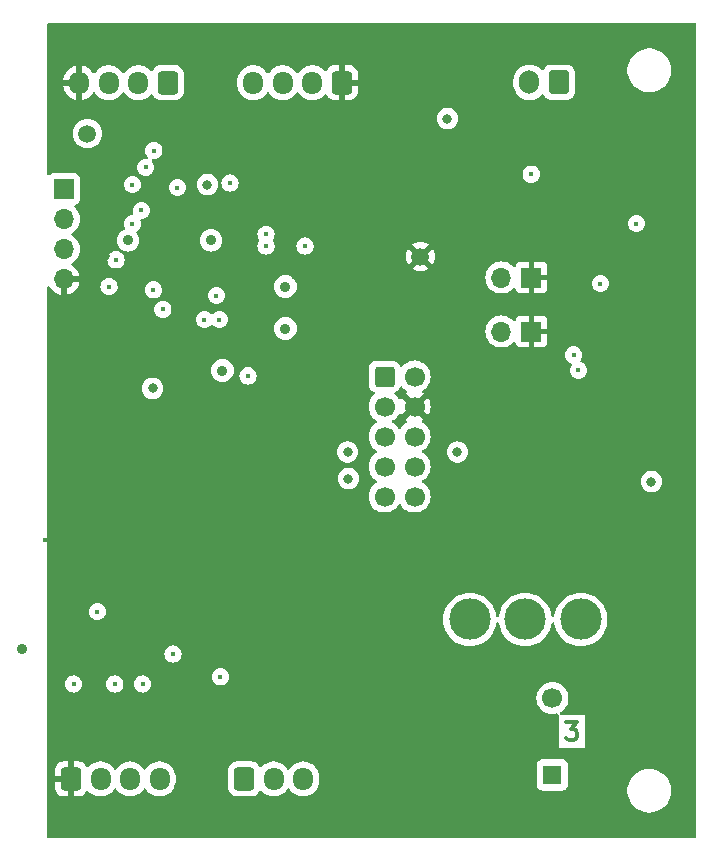
<source format=gbr>
%TF.GenerationSoftware,KiCad,Pcbnew,8.0.1*%
%TF.CreationDate,2024-07-04T14:35:51+02:00*%
%TF.ProjectId,Robuoy-Top,526f6275-6f79-42d5-946f-702e6b696361,rev?*%
%TF.SameCoordinates,Original*%
%TF.FileFunction,Copper,L3,Inr*%
%TF.FilePolarity,Positive*%
%FSLAX46Y46*%
G04 Gerber Fmt 4.6, Leading zero omitted, Abs format (unit mm)*
G04 Created by KiCad (PCBNEW 8.0.1) date 2024-07-04 14:35:51*
%MOMM*%
%LPD*%
G01*
G04 APERTURE LIST*
G04 Aperture macros list*
%AMRoundRect*
0 Rectangle with rounded corners*
0 $1 Rounding radius*
0 $2 $3 $4 $5 $6 $7 $8 $9 X,Y pos of 4 corners*
0 Add a 4 corners polygon primitive as box body*
4,1,4,$2,$3,$4,$5,$6,$7,$8,$9,$2,$3,0*
0 Add four circle primitives for the rounded corners*
1,1,$1+$1,$2,$3*
1,1,$1+$1,$4,$5*
1,1,$1+$1,$6,$7*
1,1,$1+$1,$8,$9*
0 Add four rect primitives between the rounded corners*
20,1,$1+$1,$2,$3,$4,$5,0*
20,1,$1+$1,$4,$5,$6,$7,0*
20,1,$1+$1,$6,$7,$8,$9,0*
20,1,$1+$1,$8,$9,$2,$3,0*%
G04 Aperture macros list end*
%ADD10C,0.300000*%
%TA.AperFunction,NonConductor*%
%ADD11C,0.300000*%
%TD*%
%TA.AperFunction,ComponentPad*%
%ADD12RoundRect,0.250000X-0.600000X-0.725000X0.600000X-0.725000X0.600000X0.725000X-0.600000X0.725000X0*%
%TD*%
%TA.AperFunction,ComponentPad*%
%ADD13O,1.700000X1.950000*%
%TD*%
%TA.AperFunction,ComponentPad*%
%ADD14RoundRect,0.250000X0.600000X0.725000X-0.600000X0.725000X-0.600000X-0.725000X0.600000X-0.725000X0*%
%TD*%
%TA.AperFunction,ComponentPad*%
%ADD15R,1.700000X1.700000*%
%TD*%
%TA.AperFunction,ComponentPad*%
%ADD16O,1.700000X1.700000*%
%TD*%
%TA.AperFunction,ComponentPad*%
%ADD17C,1.500000*%
%TD*%
%TA.AperFunction,ComponentPad*%
%ADD18C,3.500000*%
%TD*%
%TA.AperFunction,ComponentPad*%
%ADD19R,1.650000X1.650000*%
%TD*%
%TA.AperFunction,ComponentPad*%
%ADD20C,1.700000*%
%TD*%
%TA.AperFunction,ComponentPad*%
%ADD21RoundRect,0.250000X0.600000X0.750000X-0.600000X0.750000X-0.600000X-0.750000X0.600000X-0.750000X0*%
%TD*%
%TA.AperFunction,ComponentPad*%
%ADD22O,1.700000X2.000000*%
%TD*%
%TA.AperFunction,ComponentPad*%
%ADD23RoundRect,0.250000X-0.600000X-0.600000X0.600000X-0.600000X0.600000X0.600000X-0.600000X0.600000X0*%
%TD*%
%TA.AperFunction,ViaPad*%
%ADD24C,0.800000*%
%TD*%
%TA.AperFunction,ViaPad*%
%ADD25C,0.450000*%
%TD*%
%TA.AperFunction,ViaPad*%
%ADD26C,0.900000*%
%TD*%
G04 APERTURE END LIST*
D10*
D11*
X67975653Y-104218828D02*
X68904225Y-104218828D01*
X68904225Y-104218828D02*
X68404225Y-104790257D01*
X68404225Y-104790257D02*
X68618510Y-104790257D01*
X68618510Y-104790257D02*
X68761368Y-104861685D01*
X68761368Y-104861685D02*
X68832796Y-104933114D01*
X68832796Y-104933114D02*
X68904225Y-105075971D01*
X68904225Y-105075971D02*
X68904225Y-105433114D01*
X68904225Y-105433114D02*
X68832796Y-105575971D01*
X68832796Y-105575971D02*
X68761368Y-105647400D01*
X68761368Y-105647400D02*
X68618510Y-105718828D01*
X68618510Y-105718828D02*
X68189939Y-105718828D01*
X68189939Y-105718828D02*
X68047082Y-105647400D01*
X68047082Y-105647400D02*
X67975653Y-105575971D01*
D12*
%TO.N,Net-(J103-Pin_1)*%
%TO.C,J103*%
X40700000Y-109000000D03*
D13*
%TO.N,+3.3V*%
X43200000Y-109000000D03*
%TO.N,Net-(J103-Pin_3)*%
X45700000Y-109000000D03*
%TD*%
D14*
%TO.N,/CPU/TX_GPS*%
%TO.C,J104*%
X34230000Y-50055000D03*
D13*
%TO.N,/CPU/RX_GPS*%
X31730000Y-50055000D03*
%TO.N,/CPU/Vgps*%
X29230000Y-50055000D03*
%TO.N,GND*%
X26730000Y-50055000D03*
%TD*%
D15*
%TO.N,GND*%
%TO.C,SW102*%
X65024000Y-66548000D03*
D16*
%TO.N,EN*%
X62484000Y-66548000D03*
%TD*%
D17*
%TO.N,GND*%
%TO.C,TP208*%
X55626000Y-64770000D03*
%TD*%
D18*
%TO.N,VBUS*%
%TO.C,SW201*%
X59800000Y-95500000D03*
%TO.N,Enable*%
X64500000Y-95500000D03*
%TO.N,unconnected-(SW201-Pad3)*%
X69200000Y-95500000D03*
%TD*%
D14*
%TO.N,GND*%
%TO.C,J201*%
X48962000Y-50055000D03*
D13*
%TO.N,PAD*%
X46462000Y-50055000D03*
%TO.N,VBUS*%
X43962000Y-50055000D03*
%TO.N,Enable*%
X41462000Y-50055000D03*
%TD*%
D15*
%TO.N,GND*%
%TO.C,SW101*%
X65024000Y-71120000D03*
D16*
%TO.N,DR0*%
X62484000Y-71120000D03*
%TD*%
D17*
%TO.N,+5V*%
%TO.C,TP202*%
X27432000Y-54356000D03*
%TD*%
D19*
%TO.N,+5V*%
%TO.C,BZ101*%
X66802000Y-108660000D03*
D20*
%TO.N,Net-(BZ101--)*%
X66802000Y-102160000D03*
%TD*%
D15*
%TO.N,/CPU/SDA*%
%TO.C,J105*%
X25425000Y-59065000D03*
D16*
%TO.N,/CPU/SCL*%
X25425000Y-61605000D03*
%TO.N,+5V*%
X25425000Y-64145000D03*
%TO.N,GND*%
X25425000Y-66685000D03*
%TD*%
D21*
%TO.N,Net-(J202-Pin_1)*%
%TO.C,J202*%
X67350000Y-50025000D03*
D22*
%TO.N,Net-(J202-Pin_2)*%
X64850000Y-50025000D03*
%TD*%
D12*
%TO.N,GND*%
%TO.C,J102*%
X26035000Y-109000000D03*
D13*
%TO.N,Net-(D101-K)*%
X28535000Y-109000000D03*
%TO.N,Net-(D102-K)*%
X31035000Y-109000000D03*
%TO.N,Net-(D103-K)*%
X33535000Y-109000000D03*
%TD*%
D23*
%TO.N,EN*%
%TO.C,J101*%
X52587500Y-74930000D03*
D20*
%TO.N,+3.3V*%
X55127500Y-74930000D03*
%TO.N,TX*%
X52587500Y-77470000D03*
%TO.N,GND*%
X55127500Y-77470000D03*
%TO.N,RX*%
X52587500Y-80010000D03*
%TO.N,DR0*%
X55127500Y-80010000D03*
%TO.N,Net-(J101-Pin_7)*%
X52587500Y-82550000D03*
%TO.N,Net-(J101-Pin_8)*%
X55127500Y-82550000D03*
%TO.N,Net-(J101-Pin_9)*%
X52587500Y-85090000D03*
%TO.N,Net-(J101-Pin_10)*%
X55127500Y-85090000D03*
%TD*%
D24*
%TO.N,GND*%
X75600000Y-100200000D03*
D25*
X77000000Y-69000000D03*
D24*
X32562800Y-59817012D03*
D25*
X25000000Y-78000000D03*
X72390000Y-92456000D03*
D24*
X37338000Y-53111400D03*
X34366200Y-78562200D03*
D25*
X38000000Y-81000000D03*
X73000000Y-88000000D03*
X70000000Y-77000000D03*
X56400000Y-93600000D03*
X43611800Y-105562400D03*
X66000000Y-82000000D03*
D24*
X61112400Y-74447400D03*
X34798000Y-61214000D03*
D25*
X58928000Y-103886000D03*
X45000000Y-81000000D03*
X49000000Y-67000000D03*
X78000000Y-52000000D03*
X77000000Y-60000000D03*
X78000000Y-107000000D03*
X48006000Y-95758000D03*
D24*
X75800000Y-88700000D03*
D25*
X40894000Y-95758000D03*
D24*
X61088000Y-91338400D03*
X71882000Y-53594000D03*
D25*
X47752000Y-105486200D03*
D26*
X25298400Y-98780600D03*
D25*
X25000000Y-84000000D03*
X50500000Y-61600000D03*
D24*
X31978600Y-80848200D03*
X77089000Y-91160600D03*
X57912000Y-61976000D03*
X65024000Y-54356000D03*
D25*
X50000000Y-88000000D03*
D24*
X34391600Y-83185000D03*
D25*
X63000000Y-105000000D03*
X70000000Y-82000000D03*
X25000000Y-86000000D03*
D24*
X52992000Y-60104000D03*
X24765000Y-69926200D03*
X74422000Y-69088000D03*
D25*
X77100000Y-101900000D03*
X45085000Y-93776800D03*
X25000000Y-107000000D03*
X25000000Y-79000000D03*
X27279600Y-99364800D03*
X56000000Y-90000000D03*
X54000000Y-71000000D03*
X59500000Y-65200000D03*
X27000000Y-46000000D03*
D24*
X24765000Y-72618600D03*
D25*
X25000000Y-46000000D03*
X31115000Y-99364800D03*
X78000000Y-113000000D03*
X25000000Y-76000000D03*
X33782000Y-95758000D03*
X78000000Y-55000000D03*
X62992000Y-98298000D03*
D24*
X62788800Y-89814400D03*
D25*
X25000000Y-82000000D03*
D24*
X62788800Y-75819000D03*
D26*
X24739600Y-87299800D03*
D25*
X72000000Y-113000000D03*
X73000000Y-57000000D03*
D24*
X75600000Y-96700000D03*
D25*
X25000000Y-80000000D03*
X25000000Y-83000000D03*
D24*
X41148000Y-85699600D03*
D25*
X77000000Y-64000000D03*
D24*
X43865800Y-85725000D03*
X40421136Y-62638478D03*
D25*
X37973000Y-93751400D03*
X47000000Y-113000000D03*
X29210000Y-94894400D03*
X25000000Y-77000000D03*
D24*
X48514000Y-60960000D03*
X59436000Y-75844400D03*
D25*
X25000000Y-85000000D03*
X70000000Y-85000000D03*
D24*
X29819600Y-78562200D03*
D25*
X35864800Y-100203000D03*
X74000000Y-57000000D03*
X59690000Y-108458000D03*
X78000000Y-46000000D03*
X25000000Y-75000000D03*
X72101111Y-56965188D03*
D24*
X29819600Y-83159600D03*
X72898000Y-53594000D03*
D25*
X38800000Y-60900000D03*
X25000000Y-81000000D03*
D24*
X32512000Y-58420000D03*
D25*
X25000000Y-48000000D03*
X66000000Y-45800000D03*
D24*
X28879806Y-64719200D03*
D25*
X52197000Y-93827600D03*
X45000000Y-59400000D03*
D24*
X40350000Y-64129496D03*
D25*
X25000000Y-113000000D03*
X47700000Y-59100000D03*
X25000000Y-74000000D03*
X75100000Y-71800000D03*
X23876000Y-88773000D03*
X74600000Y-103300000D03*
%TO.N,+3.3V*%
X32105600Y-100965000D03*
D26*
X37896800Y-63398400D03*
D25*
X29260800Y-67322000D03*
X34672010Y-98425980D03*
D26*
X30861000Y-63398400D03*
X38862000Y-74422000D03*
X44196000Y-70866000D03*
X44196000Y-67309998D03*
D25*
X29747919Y-100957044D03*
X26263600Y-100965000D03*
%TO.N,BUTTON*%
X38684200Y-100355400D03*
X28270200Y-94843600D03*
%TO.N,EN*%
X41021000Y-74879200D03*
D24*
%TO.N,+5V*%
X37592000Y-58674000D03*
D26*
X21920200Y-97967800D03*
D25*
%TO.N,/CPU/SDA*%
X29845000Y-65049400D03*
D24*
%TO.N,Net-(J202-Pin_2)*%
X57912000Y-53086000D03*
D25*
%TO.N,Enable*%
X42550500Y-62892999D03*
X69000000Y-74400000D03*
D24*
%TO.N,/CPU/Vbatt*%
X32943131Y-75934000D03*
D25*
X33020000Y-67589398D03*
D24*
%TO.N,/CPU/RADIO_1*%
X58750200Y-81330800D03*
X49453800Y-81330800D03*
%TO.N,/CPU/RADIO_5*%
X49530000Y-83566000D03*
X75184000Y-83820000D03*
D25*
%TO.N,VBUS*%
X65000000Y-57800000D03*
X68600000Y-73100000D03*
%TO.N,Net-(U201-FB)*%
X35052000Y-58928020D03*
X39497000Y-58547000D03*
%TO.N,Net-(Q201-G1)*%
X70866000Y-67056012D03*
X73914000Y-61976000D03*
%TO.N,Net-(U204-FB)*%
X45852500Y-63875500D03*
X42550500Y-63875500D03*
%TO.N,/CPU/TX_GPS*%
X31242000Y-58673982D03*
X37338000Y-70104000D03*
X33807400Y-69240400D03*
X33045400Y-55803800D03*
X31242000Y-61999999D03*
%TO.N,/CPU/RX_GPS*%
X38608000Y-70104000D03*
X32004000Y-60858400D03*
X38354000Y-68072000D03*
X32359600Y-57226200D03*
%TD*%
%TA.AperFunction,Conductor*%
%TO.N,GND*%
G36*
X54661575Y-77662993D02*
G01*
X54727401Y-77777007D01*
X54820493Y-77870099D01*
X54934507Y-77935925D01*
X54998090Y-77952962D01*
X54366125Y-78584925D01*
X54442094Y-78638119D01*
X54485719Y-78692696D01*
X54492913Y-78762194D01*
X54461390Y-78824549D01*
X54442095Y-78841269D01*
X54256094Y-78971508D01*
X54089005Y-79138597D01*
X53959075Y-79324158D01*
X53904498Y-79367783D01*
X53835000Y-79374977D01*
X53772645Y-79343454D01*
X53755925Y-79324158D01*
X53625994Y-79138597D01*
X53458902Y-78971506D01*
X53458896Y-78971501D01*
X53273342Y-78841575D01*
X53229717Y-78786998D01*
X53222523Y-78717500D01*
X53254046Y-78655145D01*
X53273342Y-78638425D01*
X53349748Y-78584925D01*
X53458901Y-78508495D01*
X53625995Y-78341401D01*
X53756232Y-78155403D01*
X53810807Y-78111780D01*
X53880305Y-78104586D01*
X53942660Y-78136109D01*
X53959380Y-78155405D01*
X54012573Y-78231373D01*
X54644537Y-77599409D01*
X54661575Y-77662993D01*
G37*
%TD.AperFunction*%
%TA.AperFunction,Conductor*%
G36*
X54048220Y-75768779D02*
G01*
X54084983Y-75797766D01*
X54085177Y-75797573D01*
X54086813Y-75799209D01*
X54087854Y-75800030D01*
X54089001Y-75801397D01*
X54089005Y-75801401D01*
X54256099Y-75968495D01*
X54442094Y-76098730D01*
X54485718Y-76153307D01*
X54492911Y-76222806D01*
X54461389Y-76285160D01*
X54442093Y-76301880D01*
X54366126Y-76355072D01*
X54366125Y-76355072D01*
X54998090Y-76987037D01*
X54934507Y-77004075D01*
X54820493Y-77069901D01*
X54727401Y-77162993D01*
X54661575Y-77277007D01*
X54644537Y-77340589D01*
X54012573Y-76708626D01*
X53959381Y-76784594D01*
X53904804Y-76828219D01*
X53835306Y-76835413D01*
X53772951Y-76803891D01*
X53756230Y-76784594D01*
X53625994Y-76598597D01*
X53458898Y-76431501D01*
X53457530Y-76430354D01*
X53457092Y-76429696D01*
X53455073Y-76427677D01*
X53455478Y-76427271D01*
X53418830Y-76372182D01*
X53417724Y-76302321D01*
X53454563Y-76242952D01*
X53498237Y-76217662D01*
X53506834Y-76214814D01*
X53656156Y-76122712D01*
X53780212Y-75998656D01*
X53872314Y-75849334D01*
X53875162Y-75840738D01*
X53914929Y-75783294D01*
X53979444Y-75756468D01*
X54048220Y-75768779D01*
G37*
%TD.AperFunction*%
%TA.AperFunction,Conductor*%
G36*
X78932539Y-45030185D02*
G01*
X78978294Y-45082989D01*
X78989500Y-45134500D01*
X78989500Y-113865500D01*
X78969815Y-113932539D01*
X78917011Y-113978294D01*
X78865500Y-113989500D01*
X24124000Y-113989500D01*
X24056961Y-113969815D01*
X24011206Y-113917011D01*
X24000000Y-113865500D01*
X24000000Y-108750000D01*
X24685000Y-108750000D01*
X25630854Y-108750000D01*
X25592370Y-108816657D01*
X25560000Y-108937465D01*
X25560000Y-109062535D01*
X25592370Y-109183343D01*
X25630854Y-109250000D01*
X24685001Y-109250000D01*
X24685001Y-109774986D01*
X24695494Y-109877697D01*
X24750641Y-110044119D01*
X24750643Y-110044124D01*
X24842684Y-110193345D01*
X24966654Y-110317315D01*
X25115875Y-110409356D01*
X25115880Y-110409358D01*
X25282302Y-110464505D01*
X25282309Y-110464506D01*
X25385019Y-110474999D01*
X25784999Y-110474999D01*
X25785000Y-110474998D01*
X25785000Y-109404145D01*
X25851657Y-109442630D01*
X25972465Y-109475000D01*
X26097535Y-109475000D01*
X26218343Y-109442630D01*
X26285000Y-109404145D01*
X26285000Y-110474999D01*
X26684972Y-110474999D01*
X26684986Y-110474998D01*
X26787697Y-110464505D01*
X26954119Y-110409358D01*
X26954124Y-110409356D01*
X27103345Y-110317315D01*
X27227317Y-110193343D01*
X27322815Y-110038516D01*
X27374763Y-109991791D01*
X27443725Y-109980568D01*
X27507808Y-110008412D01*
X27516035Y-110015931D01*
X27655213Y-110155109D01*
X27827179Y-110280048D01*
X27827181Y-110280049D01*
X27827184Y-110280051D01*
X28016588Y-110376557D01*
X28218757Y-110442246D01*
X28428713Y-110475500D01*
X28428714Y-110475500D01*
X28641286Y-110475500D01*
X28641287Y-110475500D01*
X28851243Y-110442246D01*
X29053412Y-110376557D01*
X29242816Y-110280051D01*
X29264789Y-110264086D01*
X29414786Y-110155109D01*
X29414788Y-110155106D01*
X29414792Y-110155104D01*
X29565104Y-110004792D01*
X29684683Y-109840204D01*
X29740011Y-109797540D01*
X29809624Y-109791561D01*
X29871420Y-109824166D01*
X29885313Y-109840199D01*
X29949680Y-109928793D01*
X30004896Y-110004792D01*
X30155213Y-110155109D01*
X30327179Y-110280048D01*
X30327181Y-110280049D01*
X30327184Y-110280051D01*
X30516588Y-110376557D01*
X30718757Y-110442246D01*
X30928713Y-110475500D01*
X30928714Y-110475500D01*
X31141286Y-110475500D01*
X31141287Y-110475500D01*
X31351243Y-110442246D01*
X31553412Y-110376557D01*
X31742816Y-110280051D01*
X31764789Y-110264086D01*
X31914786Y-110155109D01*
X31914788Y-110155106D01*
X31914792Y-110155104D01*
X32065104Y-110004792D01*
X32184683Y-109840204D01*
X32240011Y-109797540D01*
X32309624Y-109791561D01*
X32371420Y-109824166D01*
X32385313Y-109840199D01*
X32449680Y-109928793D01*
X32504896Y-110004792D01*
X32655213Y-110155109D01*
X32827179Y-110280048D01*
X32827181Y-110280049D01*
X32827184Y-110280051D01*
X33016588Y-110376557D01*
X33218757Y-110442246D01*
X33428713Y-110475500D01*
X33428714Y-110475500D01*
X33641286Y-110475500D01*
X33641287Y-110475500D01*
X33851243Y-110442246D01*
X34053412Y-110376557D01*
X34242816Y-110280051D01*
X34264789Y-110264086D01*
X34414786Y-110155109D01*
X34414788Y-110155106D01*
X34414792Y-110155104D01*
X34565104Y-110004792D01*
X34565106Y-110004788D01*
X34565109Y-110004786D01*
X34690048Y-109832820D01*
X34690047Y-109832820D01*
X34690051Y-109832816D01*
X34719509Y-109775001D01*
X39349500Y-109775001D01*
X39349501Y-109775018D01*
X39360000Y-109877796D01*
X39360001Y-109877799D01*
X39405774Y-110015931D01*
X39415186Y-110044334D01*
X39507288Y-110193656D01*
X39631344Y-110317712D01*
X39780666Y-110409814D01*
X39947203Y-110464999D01*
X40049991Y-110475500D01*
X41350008Y-110475499D01*
X41452797Y-110464999D01*
X41619334Y-110409814D01*
X41768656Y-110317712D01*
X41892712Y-110193656D01*
X41984814Y-110044334D01*
X41984814Y-110044331D01*
X41988178Y-110038879D01*
X42040126Y-109992154D01*
X42109088Y-109980931D01*
X42173170Y-110008774D01*
X42181398Y-110016294D01*
X42320213Y-110155109D01*
X42492179Y-110280048D01*
X42492181Y-110280049D01*
X42492184Y-110280051D01*
X42681588Y-110376557D01*
X42883757Y-110442246D01*
X43093713Y-110475500D01*
X43093714Y-110475500D01*
X43306286Y-110475500D01*
X43306287Y-110475500D01*
X43516243Y-110442246D01*
X43718412Y-110376557D01*
X43907816Y-110280051D01*
X43929789Y-110264086D01*
X44079786Y-110155109D01*
X44079788Y-110155106D01*
X44079792Y-110155104D01*
X44230104Y-110004792D01*
X44349683Y-109840204D01*
X44405011Y-109797540D01*
X44474624Y-109791561D01*
X44536420Y-109824166D01*
X44550313Y-109840199D01*
X44614680Y-109928793D01*
X44669896Y-110004792D01*
X44820213Y-110155109D01*
X44992179Y-110280048D01*
X44992181Y-110280049D01*
X44992184Y-110280051D01*
X45181588Y-110376557D01*
X45383757Y-110442246D01*
X45593713Y-110475500D01*
X45593714Y-110475500D01*
X45806286Y-110475500D01*
X45806287Y-110475500D01*
X46016243Y-110442246D01*
X46218412Y-110376557D01*
X46407816Y-110280051D01*
X46429789Y-110264086D01*
X46579786Y-110155109D01*
X46579788Y-110155106D01*
X46579792Y-110155104D01*
X46613608Y-110121288D01*
X73149500Y-110121288D01*
X73181161Y-110361785D01*
X73243947Y-110596104D01*
X73336773Y-110820205D01*
X73336776Y-110820212D01*
X73458064Y-111030289D01*
X73458066Y-111030292D01*
X73458067Y-111030293D01*
X73605733Y-111222736D01*
X73605739Y-111222743D01*
X73777256Y-111394260D01*
X73777262Y-111394265D01*
X73969711Y-111541936D01*
X74179788Y-111663224D01*
X74403900Y-111756054D01*
X74638211Y-111818838D01*
X74818586Y-111842584D01*
X74878711Y-111850500D01*
X74878712Y-111850500D01*
X75121289Y-111850500D01*
X75169388Y-111844167D01*
X75361789Y-111818838D01*
X75596100Y-111756054D01*
X75820212Y-111663224D01*
X76030289Y-111541936D01*
X76222738Y-111394265D01*
X76394265Y-111222738D01*
X76541936Y-111030289D01*
X76663224Y-110820212D01*
X76756054Y-110596100D01*
X76818838Y-110361789D01*
X76850500Y-110121288D01*
X76850500Y-109878712D01*
X76850379Y-109877796D01*
X76839814Y-109797540D01*
X76818838Y-109638211D01*
X76756054Y-109403900D01*
X76663224Y-109179788D01*
X76541936Y-108969711D01*
X76394265Y-108777262D01*
X76394260Y-108777256D01*
X76222743Y-108605739D01*
X76222736Y-108605733D01*
X76030293Y-108458067D01*
X76030292Y-108458066D01*
X76030289Y-108458064D01*
X75820212Y-108336776D01*
X75820205Y-108336773D01*
X75596104Y-108243947D01*
X75478944Y-108212554D01*
X75361789Y-108181162D01*
X75361788Y-108181161D01*
X75361785Y-108181161D01*
X75121289Y-108149500D01*
X75121288Y-108149500D01*
X74878712Y-108149500D01*
X74878711Y-108149500D01*
X74638214Y-108181161D01*
X74403895Y-108243947D01*
X74179794Y-108336773D01*
X74179785Y-108336777D01*
X73969706Y-108458067D01*
X73777263Y-108605733D01*
X73777256Y-108605739D01*
X73605739Y-108777256D01*
X73605733Y-108777263D01*
X73458067Y-108969706D01*
X73336777Y-109179785D01*
X73336773Y-109179794D01*
X73243947Y-109403895D01*
X73181161Y-109638214D01*
X73149500Y-109878711D01*
X73149500Y-110121288D01*
X46613608Y-110121288D01*
X46730104Y-110004792D01*
X46730106Y-110004788D01*
X46730109Y-110004786D01*
X46855048Y-109832820D01*
X46855047Y-109832820D01*
X46855051Y-109832816D01*
X46951557Y-109643412D01*
X46987474Y-109532870D01*
X65476500Y-109532870D01*
X65476501Y-109532876D01*
X65482908Y-109592483D01*
X65533202Y-109727328D01*
X65533206Y-109727335D01*
X65619452Y-109842544D01*
X65619455Y-109842547D01*
X65734664Y-109928793D01*
X65734671Y-109928797D01*
X65869517Y-109979091D01*
X65869516Y-109979091D01*
X65876444Y-109979835D01*
X65929127Y-109985500D01*
X67674872Y-109985499D01*
X67734483Y-109979091D01*
X67869331Y-109928796D01*
X67984546Y-109842546D01*
X68070796Y-109727331D01*
X68121091Y-109592483D01*
X68127500Y-109532873D01*
X68127499Y-107787128D01*
X68121091Y-107727517D01*
X68118268Y-107719949D01*
X68070797Y-107592671D01*
X68070793Y-107592664D01*
X67984547Y-107477455D01*
X67984544Y-107477452D01*
X67869335Y-107391206D01*
X67869328Y-107391202D01*
X67734482Y-107340908D01*
X67734483Y-107340908D01*
X67674883Y-107334501D01*
X67674881Y-107334500D01*
X67674873Y-107334500D01*
X67674864Y-107334500D01*
X65929129Y-107334500D01*
X65929123Y-107334501D01*
X65869516Y-107340908D01*
X65734671Y-107391202D01*
X65734664Y-107391206D01*
X65619455Y-107477452D01*
X65619452Y-107477455D01*
X65533206Y-107592664D01*
X65533202Y-107592671D01*
X65482908Y-107727517D01*
X65476501Y-107787116D01*
X65476501Y-107787123D01*
X65476500Y-107787135D01*
X65476500Y-109532870D01*
X46987474Y-109532870D01*
X47017246Y-109441243D01*
X47050500Y-109231287D01*
X47050500Y-108768713D01*
X47017246Y-108558757D01*
X46951557Y-108356588D01*
X46855051Y-108167184D01*
X46855049Y-108167181D01*
X46855048Y-108167179D01*
X46730109Y-107995213D01*
X46579786Y-107844890D01*
X46407820Y-107719951D01*
X46218414Y-107623444D01*
X46218413Y-107623443D01*
X46218412Y-107623443D01*
X46016243Y-107557754D01*
X46016241Y-107557753D01*
X46016240Y-107557753D01*
X45854957Y-107532208D01*
X45806287Y-107524500D01*
X45593713Y-107524500D01*
X45545042Y-107532208D01*
X45383760Y-107557753D01*
X45181585Y-107623444D01*
X44992179Y-107719951D01*
X44820213Y-107844890D01*
X44669894Y-107995209D01*
X44669890Y-107995214D01*
X44550318Y-108159793D01*
X44494989Y-108202459D01*
X44425375Y-108208438D01*
X44363580Y-108175833D01*
X44349682Y-108159793D01*
X44230109Y-107995214D01*
X44230105Y-107995209D01*
X44079786Y-107844890D01*
X43907820Y-107719951D01*
X43718414Y-107623444D01*
X43718413Y-107623443D01*
X43718412Y-107623443D01*
X43516243Y-107557754D01*
X43516241Y-107557753D01*
X43516240Y-107557753D01*
X43354957Y-107532208D01*
X43306287Y-107524500D01*
X43093713Y-107524500D01*
X43045042Y-107532208D01*
X42883760Y-107557753D01*
X42681585Y-107623444D01*
X42492179Y-107719951D01*
X42320215Y-107844889D01*
X42181398Y-107983706D01*
X42120075Y-108017190D01*
X42050383Y-108012206D01*
X41994450Y-107970334D01*
X41988178Y-107961120D01*
X41892712Y-107806344D01*
X41768657Y-107682289D01*
X41768656Y-107682288D01*
X41619334Y-107590186D01*
X41452797Y-107535001D01*
X41452795Y-107535000D01*
X41350010Y-107524500D01*
X40049998Y-107524500D01*
X40049981Y-107524501D01*
X39947203Y-107535000D01*
X39947200Y-107535001D01*
X39780668Y-107590185D01*
X39780663Y-107590187D01*
X39631342Y-107682289D01*
X39507289Y-107806342D01*
X39415187Y-107955663D01*
X39415185Y-107955668D01*
X39413258Y-107961484D01*
X39360001Y-108122203D01*
X39360001Y-108122204D01*
X39360000Y-108122204D01*
X39349500Y-108224983D01*
X39349500Y-109775001D01*
X34719509Y-109775001D01*
X34786557Y-109643412D01*
X34852246Y-109441243D01*
X34885500Y-109231287D01*
X34885500Y-108768713D01*
X34852246Y-108558757D01*
X34786557Y-108356588D01*
X34690051Y-108167184D01*
X34690049Y-108167181D01*
X34690048Y-108167179D01*
X34565109Y-107995213D01*
X34414786Y-107844890D01*
X34242820Y-107719951D01*
X34053414Y-107623444D01*
X34053413Y-107623443D01*
X34053412Y-107623443D01*
X33851243Y-107557754D01*
X33851241Y-107557753D01*
X33851240Y-107557753D01*
X33689957Y-107532208D01*
X33641287Y-107524500D01*
X33428713Y-107524500D01*
X33380042Y-107532208D01*
X33218760Y-107557753D01*
X33016585Y-107623444D01*
X32827179Y-107719951D01*
X32655213Y-107844890D01*
X32504894Y-107995209D01*
X32504890Y-107995214D01*
X32385318Y-108159793D01*
X32329989Y-108202459D01*
X32260375Y-108208438D01*
X32198580Y-108175833D01*
X32184682Y-108159793D01*
X32065109Y-107995214D01*
X32065105Y-107995209D01*
X31914786Y-107844890D01*
X31742820Y-107719951D01*
X31553414Y-107623444D01*
X31553413Y-107623443D01*
X31553412Y-107623443D01*
X31351243Y-107557754D01*
X31351241Y-107557753D01*
X31351240Y-107557753D01*
X31189957Y-107532208D01*
X31141287Y-107524500D01*
X30928713Y-107524500D01*
X30880042Y-107532208D01*
X30718760Y-107557753D01*
X30516585Y-107623444D01*
X30327179Y-107719951D01*
X30155213Y-107844890D01*
X30004894Y-107995209D01*
X30004890Y-107995214D01*
X29885318Y-108159793D01*
X29829989Y-108202459D01*
X29760375Y-108208438D01*
X29698580Y-108175833D01*
X29684682Y-108159793D01*
X29565109Y-107995214D01*
X29565105Y-107995209D01*
X29414786Y-107844890D01*
X29242820Y-107719951D01*
X29053414Y-107623444D01*
X29053413Y-107623443D01*
X29053412Y-107623443D01*
X28851243Y-107557754D01*
X28851241Y-107557753D01*
X28851240Y-107557753D01*
X28689957Y-107532208D01*
X28641287Y-107524500D01*
X28428713Y-107524500D01*
X28380042Y-107532208D01*
X28218760Y-107557753D01*
X28016585Y-107623444D01*
X27827179Y-107719951D01*
X27655215Y-107844889D01*
X27516035Y-107984069D01*
X27454712Y-108017553D01*
X27385020Y-108012569D01*
X27329087Y-107970697D01*
X27322815Y-107961484D01*
X27227315Y-107806654D01*
X27103345Y-107682684D01*
X26954124Y-107590643D01*
X26954119Y-107590641D01*
X26787697Y-107535494D01*
X26787690Y-107535493D01*
X26684986Y-107525000D01*
X26285000Y-107525000D01*
X26285000Y-108595854D01*
X26218343Y-108557370D01*
X26097535Y-108525000D01*
X25972465Y-108525000D01*
X25851657Y-108557370D01*
X25785000Y-108595854D01*
X25785000Y-107525000D01*
X25385028Y-107525000D01*
X25385012Y-107525001D01*
X25282302Y-107535494D01*
X25115880Y-107590641D01*
X25115875Y-107590643D01*
X24966654Y-107682684D01*
X24842684Y-107806654D01*
X24750643Y-107955875D01*
X24750641Y-107955880D01*
X24695494Y-108122302D01*
X24695493Y-108122309D01*
X24685000Y-108225013D01*
X24685000Y-108750000D01*
X24000000Y-108750000D01*
X24000000Y-102160000D01*
X65446341Y-102160000D01*
X65466936Y-102395403D01*
X65466938Y-102395413D01*
X65528094Y-102623655D01*
X65528096Y-102623659D01*
X65528097Y-102623663D01*
X65627965Y-102837830D01*
X65627967Y-102837834D01*
X65736281Y-102992521D01*
X65763505Y-103031401D01*
X65930599Y-103198495D01*
X66027384Y-103266265D01*
X66124165Y-103334032D01*
X66124167Y-103334033D01*
X66124170Y-103334035D01*
X66338337Y-103433903D01*
X66566592Y-103495063D01*
X66754918Y-103511539D01*
X66801999Y-103515659D01*
X66802000Y-103515659D01*
X66802001Y-103515659D01*
X66841234Y-103512226D01*
X67037408Y-103495063D01*
X67164060Y-103461127D01*
X67233910Y-103462790D01*
X67291772Y-103501953D01*
X67319276Y-103566181D01*
X67320153Y-103580902D01*
X67320153Y-106376053D01*
X69561450Y-106376053D01*
X69561450Y-103561687D01*
X67547987Y-103561687D01*
X67480948Y-103542002D01*
X67435193Y-103489198D01*
X67425249Y-103420040D01*
X67454274Y-103356484D01*
X67476864Y-103336112D01*
X67529336Y-103299369D01*
X67673401Y-103198495D01*
X67840495Y-103031401D01*
X67976035Y-102837830D01*
X68075903Y-102623663D01*
X68137063Y-102395408D01*
X68157659Y-102160000D01*
X68137063Y-101924592D01*
X68075903Y-101696337D01*
X67976035Y-101482171D01*
X67932646Y-101420204D01*
X67840494Y-101288597D01*
X67673402Y-101121506D01*
X67673395Y-101121501D01*
X67670544Y-101119505D01*
X67595826Y-101067186D01*
X67479834Y-100985967D01*
X67479830Y-100985965D01*
X67434877Y-100965003D01*
X67265663Y-100886097D01*
X67265659Y-100886096D01*
X67265655Y-100886094D01*
X67037413Y-100824938D01*
X67037403Y-100824936D01*
X66802001Y-100804341D01*
X66801999Y-100804341D01*
X66566596Y-100824936D01*
X66566586Y-100824938D01*
X66338344Y-100886094D01*
X66338335Y-100886098D01*
X66124171Y-100985964D01*
X66124169Y-100985965D01*
X65930597Y-101121505D01*
X65763505Y-101288597D01*
X65627965Y-101482169D01*
X65627964Y-101482171D01*
X65528098Y-101696335D01*
X65528094Y-101696344D01*
X65466938Y-101924586D01*
X65466936Y-101924596D01*
X65446341Y-102159999D01*
X65446341Y-102160000D01*
X24000000Y-102160000D01*
X24000000Y-100965003D01*
X25533509Y-100965003D01*
X25551812Y-101127455D01*
X25605810Y-101281774D01*
X25687793Y-101412248D01*
X25692792Y-101420204D01*
X25808396Y-101535808D01*
X25946825Y-101622789D01*
X26101139Y-101676786D01*
X26101142Y-101676786D01*
X26101144Y-101676787D01*
X26263596Y-101695091D01*
X26263600Y-101695091D01*
X26263604Y-101695091D01*
X26426055Y-101676787D01*
X26426056Y-101676786D01*
X26426061Y-101676786D01*
X26580375Y-101622789D01*
X26718804Y-101535808D01*
X26834408Y-101420204D01*
X26921389Y-101281775D01*
X26975386Y-101127461D01*
X26976058Y-101121501D01*
X26993691Y-100965003D01*
X26993691Y-100964996D01*
X26992795Y-100957047D01*
X29017828Y-100957047D01*
X29036131Y-101119499D01*
X29036132Y-101119504D01*
X29036133Y-101119505D01*
X29036833Y-101121505D01*
X29090129Y-101273818D01*
X29099417Y-101288599D01*
X29177111Y-101412248D01*
X29292715Y-101527852D01*
X29431144Y-101614833D01*
X29585458Y-101668830D01*
X29585461Y-101668830D01*
X29585463Y-101668831D01*
X29747915Y-101687135D01*
X29747919Y-101687135D01*
X29747923Y-101687135D01*
X29910374Y-101668831D01*
X29910375Y-101668830D01*
X29910380Y-101668830D01*
X30064694Y-101614833D01*
X30203123Y-101527852D01*
X30318727Y-101412248D01*
X30405708Y-101273819D01*
X30459705Y-101119505D01*
X30459706Y-101119499D01*
X30477114Y-100965003D01*
X31375509Y-100965003D01*
X31393812Y-101127455D01*
X31447810Y-101281774D01*
X31529793Y-101412248D01*
X31534792Y-101420204D01*
X31650396Y-101535808D01*
X31788825Y-101622789D01*
X31943139Y-101676786D01*
X31943142Y-101676786D01*
X31943144Y-101676787D01*
X32105596Y-101695091D01*
X32105600Y-101695091D01*
X32105604Y-101695091D01*
X32268055Y-101676787D01*
X32268056Y-101676786D01*
X32268061Y-101676786D01*
X32422375Y-101622789D01*
X32560804Y-101535808D01*
X32676408Y-101420204D01*
X32763389Y-101281775D01*
X32817386Y-101127461D01*
X32818058Y-101121501D01*
X32835691Y-100965003D01*
X32835691Y-100964996D01*
X32817387Y-100802544D01*
X32817386Y-100802542D01*
X32817386Y-100802539D01*
X32763389Y-100648225D01*
X32676408Y-100509796D01*
X32560804Y-100394192D01*
X32499072Y-100355403D01*
X37954109Y-100355403D01*
X37972412Y-100517855D01*
X38026410Y-100672174D01*
X38026411Y-100672175D01*
X38113392Y-100810604D01*
X38228996Y-100926208D01*
X38367425Y-101013189D01*
X38521739Y-101067186D01*
X38521742Y-101067186D01*
X38521744Y-101067187D01*
X38684196Y-101085491D01*
X38684200Y-101085491D01*
X38684204Y-101085491D01*
X38846655Y-101067187D01*
X38846656Y-101067186D01*
X38846661Y-101067186D01*
X39000975Y-101013189D01*
X39139404Y-100926208D01*
X39255008Y-100810604D01*
X39341989Y-100672175D01*
X39395986Y-100517861D01*
X39397791Y-100501840D01*
X39414291Y-100355403D01*
X39414291Y-100355396D01*
X39395987Y-100192944D01*
X39395986Y-100192942D01*
X39395986Y-100192939D01*
X39341989Y-100038625D01*
X39255008Y-99900196D01*
X39139404Y-99784592D01*
X39000974Y-99697610D01*
X38846655Y-99643612D01*
X38684204Y-99625309D01*
X38684196Y-99625309D01*
X38521744Y-99643612D01*
X38367425Y-99697610D01*
X38228995Y-99784592D01*
X38113392Y-99900195D01*
X38026410Y-100038625D01*
X37972412Y-100192944D01*
X37954109Y-100355396D01*
X37954109Y-100355403D01*
X32499072Y-100355403D01*
X32499061Y-100355396D01*
X32422374Y-100307210D01*
X32268055Y-100253212D01*
X32105604Y-100234909D01*
X32105596Y-100234909D01*
X31943144Y-100253212D01*
X31788825Y-100307210D01*
X31650395Y-100394192D01*
X31534792Y-100509795D01*
X31447810Y-100648225D01*
X31393812Y-100802544D01*
X31375509Y-100964996D01*
X31375509Y-100965003D01*
X30477114Y-100965003D01*
X30478010Y-100957047D01*
X30478010Y-100957040D01*
X30459706Y-100794588D01*
X30459705Y-100794586D01*
X30459705Y-100794583D01*
X30405708Y-100640269D01*
X30318727Y-100501840D01*
X30203123Y-100386236D01*
X30077356Y-100307211D01*
X30064693Y-100299254D01*
X29910374Y-100245256D01*
X29747923Y-100226953D01*
X29747915Y-100226953D01*
X29585463Y-100245256D01*
X29431144Y-100299254D01*
X29292714Y-100386236D01*
X29177111Y-100501839D01*
X29090129Y-100640269D01*
X29036131Y-100794588D01*
X29017828Y-100957040D01*
X29017828Y-100957047D01*
X26992795Y-100957047D01*
X26975387Y-100802544D01*
X26975386Y-100802542D01*
X26975386Y-100802539D01*
X26921389Y-100648225D01*
X26834408Y-100509796D01*
X26718804Y-100394192D01*
X26657061Y-100355396D01*
X26580374Y-100307210D01*
X26426055Y-100253212D01*
X26263604Y-100234909D01*
X26263596Y-100234909D01*
X26101144Y-100253212D01*
X25946825Y-100307210D01*
X25808395Y-100394192D01*
X25692792Y-100509795D01*
X25605810Y-100648225D01*
X25551812Y-100802544D01*
X25533509Y-100964996D01*
X25533509Y-100965003D01*
X24000000Y-100965003D01*
X24000000Y-98425983D01*
X33941919Y-98425983D01*
X33960222Y-98588435D01*
X34014220Y-98742754D01*
X34014221Y-98742755D01*
X34101202Y-98881184D01*
X34216806Y-98996788D01*
X34355235Y-99083769D01*
X34509549Y-99137766D01*
X34509552Y-99137766D01*
X34509554Y-99137767D01*
X34672006Y-99156071D01*
X34672010Y-99156071D01*
X34672014Y-99156071D01*
X34834465Y-99137767D01*
X34834466Y-99137766D01*
X34834471Y-99137766D01*
X34988785Y-99083769D01*
X35127214Y-98996788D01*
X35242818Y-98881184D01*
X35329799Y-98742755D01*
X35383796Y-98588441D01*
X35402101Y-98425980D01*
X35383796Y-98263519D01*
X35329799Y-98109205D01*
X35242818Y-97970776D01*
X35127214Y-97855172D01*
X34988784Y-97768190D01*
X34834465Y-97714192D01*
X34672014Y-97695889D01*
X34672006Y-97695889D01*
X34509554Y-97714192D01*
X34355235Y-97768190D01*
X34216805Y-97855172D01*
X34101202Y-97970775D01*
X34014220Y-98109205D01*
X33960222Y-98263524D01*
X33941919Y-98425976D01*
X33941919Y-98425983D01*
X24000000Y-98425983D01*
X24000000Y-94843603D01*
X27540109Y-94843603D01*
X27558412Y-95006055D01*
X27612410Y-95160374D01*
X27640840Y-95205620D01*
X27699392Y-95298804D01*
X27814996Y-95414408D01*
X27953425Y-95501389D01*
X28107739Y-95555386D01*
X28107742Y-95555386D01*
X28107744Y-95555387D01*
X28270196Y-95573691D01*
X28270200Y-95573691D01*
X28270204Y-95573691D01*
X28432655Y-95555387D01*
X28432656Y-95555386D01*
X28432661Y-95555386D01*
X28586975Y-95501389D01*
X28589174Y-95500007D01*
X57544671Y-95500007D01*
X57563964Y-95794363D01*
X57563965Y-95794373D01*
X57563966Y-95794380D01*
X57563968Y-95794390D01*
X57621518Y-96083716D01*
X57621521Y-96083730D01*
X57716349Y-96363080D01*
X57846825Y-96627660D01*
X57846829Y-96627667D01*
X58010725Y-96872955D01*
X58205241Y-97094758D01*
X58427043Y-97289273D01*
X58672335Y-97453172D01*
X58936923Y-97583652D01*
X59216278Y-97678481D01*
X59505620Y-97736034D01*
X59533888Y-97737886D01*
X59799993Y-97755329D01*
X59800000Y-97755329D01*
X59800007Y-97755329D01*
X60035675Y-97739881D01*
X60094380Y-97736034D01*
X60383722Y-97678481D01*
X60663077Y-97583652D01*
X60927665Y-97453172D01*
X61172957Y-97289273D01*
X61394758Y-97094758D01*
X61589273Y-96872957D01*
X61753172Y-96627665D01*
X61883652Y-96363077D01*
X61978481Y-96083722D01*
X62028383Y-95832845D01*
X62060768Y-95770934D01*
X62121483Y-95736360D01*
X62191253Y-95740099D01*
X62247925Y-95780965D01*
X62271617Y-95832845D01*
X62321518Y-96083716D01*
X62321521Y-96083730D01*
X62416349Y-96363080D01*
X62546825Y-96627660D01*
X62546829Y-96627667D01*
X62710725Y-96872955D01*
X62905241Y-97094758D01*
X63127043Y-97289273D01*
X63372335Y-97453172D01*
X63636923Y-97583652D01*
X63916278Y-97678481D01*
X64205620Y-97736034D01*
X64233888Y-97737886D01*
X64499993Y-97755329D01*
X64500000Y-97755329D01*
X64500007Y-97755329D01*
X64735675Y-97739881D01*
X64794380Y-97736034D01*
X65083722Y-97678481D01*
X65363077Y-97583652D01*
X65627665Y-97453172D01*
X65872957Y-97289273D01*
X66094758Y-97094758D01*
X66289273Y-96872957D01*
X66453172Y-96627665D01*
X66583652Y-96363077D01*
X66678481Y-96083722D01*
X66728383Y-95832845D01*
X66760768Y-95770934D01*
X66821483Y-95736360D01*
X66891253Y-95740099D01*
X66947925Y-95780965D01*
X66971617Y-95832845D01*
X67021518Y-96083716D01*
X67021521Y-96083730D01*
X67116349Y-96363080D01*
X67246825Y-96627660D01*
X67246829Y-96627667D01*
X67410725Y-96872955D01*
X67605241Y-97094758D01*
X67827043Y-97289273D01*
X68072335Y-97453172D01*
X68336923Y-97583652D01*
X68616278Y-97678481D01*
X68905620Y-97736034D01*
X68933888Y-97737886D01*
X69199993Y-97755329D01*
X69200000Y-97755329D01*
X69200007Y-97755329D01*
X69435675Y-97739881D01*
X69494380Y-97736034D01*
X69783722Y-97678481D01*
X70063077Y-97583652D01*
X70327665Y-97453172D01*
X70572957Y-97289273D01*
X70794758Y-97094758D01*
X70989273Y-96872957D01*
X71153172Y-96627665D01*
X71283652Y-96363077D01*
X71378481Y-96083722D01*
X71436034Y-95794380D01*
X71455329Y-95500000D01*
X71455329Y-95499992D01*
X71436035Y-95205636D01*
X71436034Y-95205620D01*
X71378481Y-94916278D01*
X71283652Y-94636923D01*
X71153172Y-94372336D01*
X70989273Y-94127043D01*
X70946655Y-94078447D01*
X70794758Y-93905241D01*
X70572955Y-93710725D01*
X70327667Y-93546829D01*
X70327660Y-93546825D01*
X70063080Y-93416349D01*
X69783730Y-93321521D01*
X69783724Y-93321519D01*
X69783722Y-93321519D01*
X69494380Y-93263966D01*
X69494373Y-93263965D01*
X69494363Y-93263964D01*
X69200007Y-93244671D01*
X69199993Y-93244671D01*
X68905636Y-93263964D01*
X68905624Y-93263965D01*
X68905620Y-93263966D01*
X68905612Y-93263967D01*
X68905609Y-93263968D01*
X68616283Y-93321518D01*
X68616269Y-93321521D01*
X68336919Y-93416349D01*
X68072334Y-93546828D01*
X67827041Y-93710728D01*
X67605241Y-93905241D01*
X67410728Y-94127041D01*
X67246828Y-94372334D01*
X67116349Y-94636919D01*
X67021521Y-94916269D01*
X67021518Y-94916283D01*
X66971617Y-95167154D01*
X66939232Y-95229065D01*
X66878517Y-95263639D01*
X66808747Y-95259900D01*
X66752075Y-95219033D01*
X66728383Y-95167154D01*
X66717735Y-95113625D01*
X66678481Y-94916278D01*
X66583652Y-94636923D01*
X66453172Y-94372336D01*
X66289273Y-94127043D01*
X66246655Y-94078447D01*
X66094758Y-93905241D01*
X65872955Y-93710725D01*
X65627667Y-93546829D01*
X65627660Y-93546825D01*
X65363080Y-93416349D01*
X65083730Y-93321521D01*
X65083724Y-93321519D01*
X65083722Y-93321519D01*
X64794380Y-93263966D01*
X64794373Y-93263965D01*
X64794363Y-93263964D01*
X64500007Y-93244671D01*
X64499993Y-93244671D01*
X64205636Y-93263964D01*
X64205624Y-93263965D01*
X64205620Y-93263966D01*
X64205612Y-93263967D01*
X64205609Y-93263968D01*
X63916283Y-93321518D01*
X63916269Y-93321521D01*
X63636919Y-93416349D01*
X63372334Y-93546828D01*
X63127041Y-93710728D01*
X62905241Y-93905241D01*
X62710728Y-94127041D01*
X62546828Y-94372334D01*
X62416349Y-94636919D01*
X62321521Y-94916269D01*
X62321518Y-94916283D01*
X62271617Y-95167154D01*
X62239232Y-95229065D01*
X62178517Y-95263639D01*
X62108747Y-95259900D01*
X62052075Y-95219033D01*
X62028383Y-95167154D01*
X62017735Y-95113625D01*
X61978481Y-94916278D01*
X61883652Y-94636923D01*
X61753172Y-94372336D01*
X61589273Y-94127043D01*
X61546655Y-94078447D01*
X61394758Y-93905241D01*
X61172955Y-93710725D01*
X60927667Y-93546829D01*
X60927660Y-93546825D01*
X60663080Y-93416349D01*
X60383730Y-93321521D01*
X60383724Y-93321519D01*
X60383722Y-93321519D01*
X60094380Y-93263966D01*
X60094373Y-93263965D01*
X60094363Y-93263964D01*
X59800007Y-93244671D01*
X59799993Y-93244671D01*
X59505636Y-93263964D01*
X59505624Y-93263965D01*
X59505620Y-93263966D01*
X59505612Y-93263967D01*
X59505609Y-93263968D01*
X59216283Y-93321518D01*
X59216269Y-93321521D01*
X58936919Y-93416349D01*
X58672334Y-93546828D01*
X58427041Y-93710728D01*
X58205241Y-93905241D01*
X58010728Y-94127041D01*
X57846828Y-94372334D01*
X57716349Y-94636919D01*
X57621521Y-94916269D01*
X57621518Y-94916283D01*
X57563968Y-95205609D01*
X57563964Y-95205636D01*
X57544671Y-95499992D01*
X57544671Y-95500007D01*
X28589174Y-95500007D01*
X28725404Y-95414408D01*
X28841008Y-95298804D01*
X28927989Y-95160375D01*
X28981986Y-95006061D01*
X29000291Y-94843600D01*
X28981986Y-94681139D01*
X28927989Y-94526825D01*
X28841008Y-94388396D01*
X28725404Y-94272792D01*
X28586974Y-94185810D01*
X28432655Y-94131812D01*
X28270204Y-94113509D01*
X28270196Y-94113509D01*
X28107744Y-94131812D01*
X27953425Y-94185810D01*
X27814995Y-94272792D01*
X27699392Y-94388395D01*
X27612410Y-94526825D01*
X27558412Y-94681144D01*
X27540109Y-94843596D01*
X27540109Y-94843603D01*
X24000000Y-94843603D01*
X24000000Y-85090000D01*
X51231841Y-85090000D01*
X51252436Y-85325403D01*
X51252438Y-85325413D01*
X51313594Y-85553655D01*
X51313596Y-85553659D01*
X51313597Y-85553663D01*
X51317500Y-85562032D01*
X51413465Y-85767830D01*
X51413467Y-85767834D01*
X51521781Y-85922521D01*
X51549005Y-85961401D01*
X51716099Y-86128495D01*
X51812884Y-86196265D01*
X51909665Y-86264032D01*
X51909667Y-86264033D01*
X51909670Y-86264035D01*
X52123837Y-86363903D01*
X52352092Y-86425063D01*
X52540418Y-86441539D01*
X52587499Y-86445659D01*
X52587500Y-86445659D01*
X52587501Y-86445659D01*
X52626734Y-86442226D01*
X52822908Y-86425063D01*
X53051163Y-86363903D01*
X53265330Y-86264035D01*
X53458901Y-86128495D01*
X53625995Y-85961401D01*
X53755925Y-85775842D01*
X53810502Y-85732217D01*
X53880000Y-85725023D01*
X53942355Y-85756546D01*
X53959075Y-85775842D01*
X54089000Y-85961395D01*
X54089005Y-85961401D01*
X54256099Y-86128495D01*
X54352884Y-86196265D01*
X54449665Y-86264032D01*
X54449667Y-86264033D01*
X54449670Y-86264035D01*
X54663837Y-86363903D01*
X54892092Y-86425063D01*
X55080418Y-86441539D01*
X55127499Y-86445659D01*
X55127500Y-86445659D01*
X55127501Y-86445659D01*
X55166734Y-86442226D01*
X55362908Y-86425063D01*
X55591163Y-86363903D01*
X55805330Y-86264035D01*
X55998901Y-86128495D01*
X56165995Y-85961401D01*
X56301535Y-85767830D01*
X56401403Y-85553663D01*
X56462563Y-85325408D01*
X56483159Y-85090000D01*
X56462563Y-84854592D01*
X56401403Y-84626337D01*
X56301535Y-84412171D01*
X56295925Y-84404158D01*
X56165994Y-84218597D01*
X55998902Y-84051506D01*
X55998896Y-84051501D01*
X55813342Y-83921575D01*
X55769717Y-83866998D01*
X55764852Y-83820000D01*
X74278540Y-83820000D01*
X74298326Y-84008256D01*
X74298327Y-84008259D01*
X74356818Y-84188277D01*
X74356821Y-84188284D01*
X74451467Y-84352216D01*
X74518931Y-84427142D01*
X74578129Y-84492888D01*
X74731265Y-84604148D01*
X74731270Y-84604151D01*
X74904192Y-84681142D01*
X74904197Y-84681144D01*
X75089354Y-84720500D01*
X75089355Y-84720500D01*
X75278644Y-84720500D01*
X75278646Y-84720500D01*
X75463803Y-84681144D01*
X75636730Y-84604151D01*
X75789871Y-84492888D01*
X75916533Y-84352216D01*
X76011179Y-84188284D01*
X76069674Y-84008256D01*
X76089460Y-83820000D01*
X76069674Y-83631744D01*
X76011179Y-83451716D01*
X75916533Y-83287784D01*
X75789871Y-83147112D01*
X75789870Y-83147111D01*
X75636734Y-83035851D01*
X75636729Y-83035848D01*
X75463807Y-82958857D01*
X75463802Y-82958855D01*
X75318001Y-82927865D01*
X75278646Y-82919500D01*
X75089354Y-82919500D01*
X75056897Y-82926398D01*
X74904197Y-82958855D01*
X74904192Y-82958857D01*
X74731270Y-83035848D01*
X74731265Y-83035851D01*
X74578129Y-83147111D01*
X74451466Y-83287785D01*
X74356821Y-83451715D01*
X74356818Y-83451722D01*
X74298327Y-83631740D01*
X74298326Y-83631744D01*
X74278540Y-83820000D01*
X55764852Y-83820000D01*
X55762523Y-83797500D01*
X55794046Y-83735145D01*
X55813342Y-83718425D01*
X55937135Y-83631744D01*
X55998901Y-83588495D01*
X56165995Y-83421401D01*
X56301535Y-83227830D01*
X56401403Y-83013663D01*
X56462563Y-82785408D01*
X56483159Y-82550000D01*
X56462563Y-82314592D01*
X56401403Y-82086337D01*
X56301535Y-81872171D01*
X56295925Y-81864158D01*
X56165994Y-81678597D01*
X55998902Y-81511506D01*
X55998896Y-81511501D01*
X55813342Y-81381575D01*
X55772756Y-81330800D01*
X57844740Y-81330800D01*
X57864526Y-81519056D01*
X57864527Y-81519059D01*
X57923018Y-81699077D01*
X57923021Y-81699084D01*
X58017667Y-81863016D01*
X58144329Y-82003688D01*
X58297465Y-82114948D01*
X58297470Y-82114951D01*
X58470392Y-82191942D01*
X58470397Y-82191944D01*
X58655554Y-82231300D01*
X58655555Y-82231300D01*
X58844844Y-82231300D01*
X58844846Y-82231300D01*
X59030003Y-82191944D01*
X59202930Y-82114951D01*
X59356071Y-82003688D01*
X59482733Y-81863016D01*
X59577379Y-81699084D01*
X59635874Y-81519056D01*
X59655660Y-81330800D01*
X59635874Y-81142544D01*
X59577379Y-80962516D01*
X59482733Y-80798584D01*
X59356071Y-80657912D01*
X59356070Y-80657911D01*
X59202934Y-80546651D01*
X59202929Y-80546648D01*
X59030007Y-80469657D01*
X59030002Y-80469655D01*
X58884201Y-80438665D01*
X58844846Y-80430300D01*
X58655554Y-80430300D01*
X58623097Y-80437198D01*
X58470397Y-80469655D01*
X58470392Y-80469657D01*
X58297470Y-80546648D01*
X58297465Y-80546651D01*
X58144329Y-80657911D01*
X58017666Y-80798585D01*
X57923021Y-80962515D01*
X57923018Y-80962522D01*
X57864527Y-81142540D01*
X57864526Y-81142544D01*
X57844740Y-81330800D01*
X55772756Y-81330800D01*
X55769717Y-81326998D01*
X55762523Y-81257500D01*
X55794046Y-81195145D01*
X55813342Y-81178425D01*
X55864591Y-81142540D01*
X55998901Y-81048495D01*
X56165995Y-80881401D01*
X56301535Y-80687830D01*
X56401403Y-80473663D01*
X56462563Y-80245408D01*
X56483159Y-80010000D01*
X56462563Y-79774592D01*
X56401403Y-79546337D01*
X56301535Y-79332171D01*
X56295925Y-79324158D01*
X56165994Y-79138597D01*
X55998902Y-78971506D01*
X55998901Y-78971505D01*
X55812905Y-78841269D01*
X55769281Y-78786692D01*
X55762088Y-78717193D01*
X55793610Y-78654839D01*
X55812905Y-78638119D01*
X55888873Y-78584925D01*
X55256909Y-77952962D01*
X55320493Y-77935925D01*
X55434507Y-77870099D01*
X55527599Y-77777007D01*
X55593425Y-77662993D01*
X55610462Y-77599409D01*
X56242425Y-78231373D01*
X56242426Y-78231373D01*
X56301098Y-78147582D01*
X56301100Y-78147578D01*
X56400929Y-77933492D01*
X56400933Y-77933483D01*
X56462067Y-77705326D01*
X56462069Y-77705315D01*
X56482657Y-77470001D01*
X56482657Y-77469998D01*
X56462069Y-77234684D01*
X56462067Y-77234673D01*
X56400933Y-77006516D01*
X56400929Y-77006507D01*
X56301100Y-76792423D01*
X56301099Y-76792421D01*
X56242425Y-76708626D01*
X56242425Y-76708625D01*
X55610462Y-77340589D01*
X55593425Y-77277007D01*
X55527599Y-77162993D01*
X55434507Y-77069901D01*
X55320493Y-77004075D01*
X55256910Y-76987037D01*
X55888873Y-76355073D01*
X55888873Y-76355072D01*
X55812905Y-76301880D01*
X55769280Y-76247304D01*
X55762086Y-76177805D01*
X55793608Y-76115451D01*
X55812899Y-76098734D01*
X55998901Y-75968495D01*
X56165995Y-75801401D01*
X56301535Y-75607830D01*
X56401403Y-75393663D01*
X56462563Y-75165408D01*
X56483159Y-74930000D01*
X56462563Y-74694592D01*
X56401403Y-74466337D01*
X56301535Y-74252171D01*
X56291294Y-74237544D01*
X56165994Y-74058597D01*
X55998902Y-73891506D01*
X55998895Y-73891501D01*
X55998716Y-73891376D01*
X55909909Y-73829192D01*
X55805334Y-73755967D01*
X55805330Y-73755965D01*
X55785337Y-73746642D01*
X55591163Y-73656097D01*
X55591159Y-73656096D01*
X55591155Y-73656094D01*
X55362913Y-73594938D01*
X55362903Y-73594936D01*
X55127501Y-73574341D01*
X55127499Y-73574341D01*
X54892096Y-73594936D01*
X54892086Y-73594938D01*
X54663844Y-73656094D01*
X54663835Y-73656098D01*
X54449671Y-73755964D01*
X54449669Y-73755965D01*
X54256097Y-73891505D01*
X54089003Y-74058599D01*
X54087849Y-74059975D01*
X54087188Y-74060414D01*
X54085176Y-74062427D01*
X54084771Y-74062022D01*
X54029673Y-74098671D01*
X53959812Y-74099772D01*
X53900446Y-74062928D01*
X53875163Y-74019265D01*
X53872314Y-74010666D01*
X53780212Y-73861344D01*
X53656156Y-73737288D01*
X53548373Y-73670807D01*
X53506836Y-73645187D01*
X53506831Y-73645185D01*
X53505362Y-73644698D01*
X53340297Y-73590001D01*
X53340295Y-73590000D01*
X53237510Y-73579500D01*
X51937498Y-73579500D01*
X51937481Y-73579501D01*
X51834703Y-73590000D01*
X51834700Y-73590001D01*
X51668168Y-73645185D01*
X51668163Y-73645187D01*
X51518842Y-73737289D01*
X51394789Y-73861342D01*
X51302687Y-74010663D01*
X51302685Y-74010668D01*
X51286201Y-74060414D01*
X51247501Y-74177203D01*
X51247501Y-74177204D01*
X51247500Y-74177204D01*
X51237000Y-74279983D01*
X51237000Y-75580001D01*
X51237001Y-75580018D01*
X51247500Y-75682796D01*
X51247501Y-75682799D01*
X51286803Y-75801402D01*
X51302686Y-75849334D01*
X51394788Y-75998656D01*
X51518844Y-76122712D01*
X51668166Y-76214814D01*
X51676764Y-76217663D01*
X51734207Y-76257433D01*
X51761031Y-76321948D01*
X51748717Y-76390724D01*
X51719734Y-76427483D01*
X51719927Y-76427676D01*
X51718298Y-76429304D01*
X51717475Y-76430349D01*
X51716099Y-76431503D01*
X51549005Y-76598597D01*
X51413465Y-76792169D01*
X51413464Y-76792171D01*
X51313598Y-77006335D01*
X51313594Y-77006344D01*
X51252438Y-77234586D01*
X51252436Y-77234596D01*
X51231841Y-77469999D01*
X51231841Y-77470000D01*
X51252436Y-77705403D01*
X51252438Y-77705413D01*
X51313594Y-77933655D01*
X51313596Y-77933659D01*
X51313597Y-77933663D01*
X51393300Y-78104586D01*
X51413465Y-78147830D01*
X51413467Y-78147834D01*
X51471962Y-78231373D01*
X51549001Y-78341396D01*
X51549006Y-78341402D01*
X51716097Y-78508493D01*
X51716103Y-78508498D01*
X51901658Y-78638425D01*
X51945283Y-78693002D01*
X51952477Y-78762500D01*
X51920954Y-78824855D01*
X51901658Y-78841575D01*
X51716097Y-78971505D01*
X51549005Y-79138597D01*
X51413465Y-79332169D01*
X51413464Y-79332171D01*
X51313598Y-79546335D01*
X51313594Y-79546344D01*
X51252438Y-79774586D01*
X51252436Y-79774596D01*
X51231841Y-80009999D01*
X51231841Y-80010000D01*
X51252436Y-80245403D01*
X51252438Y-80245413D01*
X51313594Y-80473655D01*
X51313596Y-80473659D01*
X51313597Y-80473663D01*
X51317500Y-80482032D01*
X51413465Y-80687830D01*
X51413467Y-80687834D01*
X51521781Y-80842521D01*
X51549001Y-80881396D01*
X51549006Y-80881402D01*
X51716097Y-81048493D01*
X51716103Y-81048498D01*
X51901658Y-81178425D01*
X51945283Y-81233002D01*
X51952477Y-81302500D01*
X51920954Y-81364855D01*
X51901658Y-81381575D01*
X51716097Y-81511505D01*
X51549005Y-81678597D01*
X51413465Y-81872169D01*
X51413464Y-81872171D01*
X51313598Y-82086335D01*
X51313594Y-82086344D01*
X51252438Y-82314586D01*
X51252436Y-82314596D01*
X51231841Y-82549999D01*
X51231841Y-82550000D01*
X51252436Y-82785403D01*
X51252438Y-82785413D01*
X51313594Y-83013655D01*
X51313596Y-83013659D01*
X51313597Y-83013663D01*
X51393504Y-83185023D01*
X51413465Y-83227830D01*
X51413467Y-83227834D01*
X51518433Y-83377740D01*
X51549001Y-83421396D01*
X51549006Y-83421402D01*
X51716097Y-83588493D01*
X51716103Y-83588498D01*
X51901658Y-83718425D01*
X51945283Y-83773002D01*
X51952477Y-83842500D01*
X51920954Y-83904855D01*
X51901658Y-83921575D01*
X51716097Y-84051505D01*
X51549005Y-84218597D01*
X51413465Y-84412169D01*
X51413464Y-84412171D01*
X51313598Y-84626335D01*
X51313594Y-84626344D01*
X51252438Y-84854586D01*
X51252436Y-84854596D01*
X51231841Y-85089999D01*
X51231841Y-85090000D01*
X24000000Y-85090000D01*
X24000000Y-83566000D01*
X48624540Y-83566000D01*
X48644326Y-83754256D01*
X48644327Y-83754259D01*
X48702818Y-83934277D01*
X48702821Y-83934284D01*
X48797467Y-84098216D01*
X48878559Y-84188277D01*
X48924129Y-84238888D01*
X49077265Y-84350148D01*
X49077270Y-84350151D01*
X49250192Y-84427142D01*
X49250197Y-84427144D01*
X49435354Y-84466500D01*
X49435355Y-84466500D01*
X49624644Y-84466500D01*
X49624646Y-84466500D01*
X49809803Y-84427144D01*
X49982730Y-84350151D01*
X50135871Y-84238888D01*
X50262533Y-84098216D01*
X50357179Y-83934284D01*
X50415674Y-83754256D01*
X50435460Y-83566000D01*
X50415674Y-83377744D01*
X50357179Y-83197716D01*
X50262533Y-83033784D01*
X50135871Y-82893112D01*
X50135870Y-82893111D01*
X49982734Y-82781851D01*
X49982729Y-82781848D01*
X49809807Y-82704857D01*
X49809802Y-82704855D01*
X49664001Y-82673865D01*
X49624646Y-82665500D01*
X49435354Y-82665500D01*
X49402897Y-82672398D01*
X49250197Y-82704855D01*
X49250192Y-82704857D01*
X49077270Y-82781848D01*
X49077265Y-82781851D01*
X48924129Y-82893111D01*
X48797466Y-83033785D01*
X48702821Y-83197715D01*
X48702818Y-83197722D01*
X48644327Y-83377740D01*
X48644326Y-83377744D01*
X48624540Y-83566000D01*
X24000000Y-83566000D01*
X24000000Y-81330800D01*
X48548340Y-81330800D01*
X48568126Y-81519056D01*
X48568127Y-81519059D01*
X48626618Y-81699077D01*
X48626621Y-81699084D01*
X48721267Y-81863016D01*
X48847929Y-82003688D01*
X49001065Y-82114948D01*
X49001070Y-82114951D01*
X49173992Y-82191942D01*
X49173997Y-82191944D01*
X49359154Y-82231300D01*
X49359155Y-82231300D01*
X49548444Y-82231300D01*
X49548446Y-82231300D01*
X49733603Y-82191944D01*
X49906530Y-82114951D01*
X50059671Y-82003688D01*
X50186333Y-81863016D01*
X50280979Y-81699084D01*
X50339474Y-81519056D01*
X50359260Y-81330800D01*
X50339474Y-81142544D01*
X50280979Y-80962516D01*
X50186333Y-80798584D01*
X50059671Y-80657912D01*
X50059670Y-80657911D01*
X49906534Y-80546651D01*
X49906529Y-80546648D01*
X49733607Y-80469657D01*
X49733602Y-80469655D01*
X49587801Y-80438665D01*
X49548446Y-80430300D01*
X49359154Y-80430300D01*
X49326697Y-80437198D01*
X49173997Y-80469655D01*
X49173992Y-80469657D01*
X49001070Y-80546648D01*
X49001065Y-80546651D01*
X48847929Y-80657911D01*
X48721266Y-80798585D01*
X48626621Y-80962515D01*
X48626618Y-80962522D01*
X48568127Y-81142540D01*
X48568126Y-81142544D01*
X48548340Y-81330800D01*
X24000000Y-81330800D01*
X24000000Y-75934000D01*
X32037671Y-75934000D01*
X32057457Y-76122256D01*
X32057458Y-76122259D01*
X32115949Y-76302277D01*
X32115952Y-76302284D01*
X32210598Y-76466216D01*
X32329795Y-76598597D01*
X32337260Y-76606888D01*
X32490396Y-76718148D01*
X32490401Y-76718151D01*
X32663323Y-76795142D01*
X32663328Y-76795144D01*
X32848485Y-76834500D01*
X32848486Y-76834500D01*
X33037775Y-76834500D01*
X33037777Y-76834500D01*
X33222934Y-76795144D01*
X33395861Y-76718151D01*
X33549002Y-76606888D01*
X33675664Y-76466216D01*
X33770310Y-76302284D01*
X33828805Y-76122256D01*
X33848591Y-75934000D01*
X33828805Y-75745744D01*
X33770310Y-75565716D01*
X33675664Y-75401784D01*
X33549002Y-75261112D01*
X33549001Y-75261111D01*
X33395865Y-75149851D01*
X33395860Y-75149848D01*
X33222938Y-75072857D01*
X33222933Y-75072855D01*
X33076144Y-75041655D01*
X33037777Y-75033500D01*
X32848485Y-75033500D01*
X32816028Y-75040398D01*
X32663328Y-75072855D01*
X32663323Y-75072857D01*
X32490401Y-75149848D01*
X32490396Y-75149851D01*
X32337260Y-75261111D01*
X32210597Y-75401785D01*
X32115952Y-75565715D01*
X32115949Y-75565722D01*
X32077909Y-75682799D01*
X32057457Y-75745744D01*
X32037671Y-75934000D01*
X24000000Y-75934000D01*
X24000000Y-74422000D01*
X37906901Y-74422000D01*
X37925252Y-74608331D01*
X37925253Y-74608333D01*
X37979604Y-74787502D01*
X38067862Y-74952623D01*
X38067864Y-74952626D01*
X38186642Y-75097357D01*
X38331373Y-75216135D01*
X38331376Y-75216137D01*
X38496497Y-75304395D01*
X38496499Y-75304396D01*
X38675666Y-75358746D01*
X38675668Y-75358747D01*
X38692374Y-75360392D01*
X38862000Y-75377099D01*
X39048331Y-75358747D01*
X39227501Y-75304396D01*
X39392625Y-75216136D01*
X39537357Y-75097357D01*
X39656136Y-74952625D01*
X39695381Y-74879203D01*
X40290909Y-74879203D01*
X40309212Y-75041655D01*
X40363210Y-75195974D01*
X40404139Y-75261111D01*
X40450192Y-75334404D01*
X40565796Y-75450008D01*
X40704225Y-75536989D01*
X40858539Y-75590986D01*
X40858542Y-75590986D01*
X40858544Y-75590987D01*
X41020996Y-75609291D01*
X41021000Y-75609291D01*
X41021004Y-75609291D01*
X41183455Y-75590987D01*
X41183456Y-75590986D01*
X41183461Y-75590986D01*
X41337775Y-75536989D01*
X41476204Y-75450008D01*
X41591808Y-75334404D01*
X41678789Y-75195975D01*
X41732786Y-75041661D01*
X41733706Y-75033500D01*
X41751091Y-74879203D01*
X41751091Y-74879196D01*
X41732787Y-74716744D01*
X41732786Y-74716742D01*
X41732786Y-74716739D01*
X41678789Y-74562425D01*
X41591808Y-74423996D01*
X41476204Y-74308392D01*
X41431004Y-74279991D01*
X41337774Y-74221410D01*
X41183455Y-74167412D01*
X41021004Y-74149109D01*
X41020996Y-74149109D01*
X40858544Y-74167412D01*
X40704225Y-74221410D01*
X40565795Y-74308392D01*
X40450192Y-74423995D01*
X40363210Y-74562425D01*
X40309212Y-74716744D01*
X40290909Y-74879196D01*
X40290909Y-74879203D01*
X39695381Y-74879203D01*
X39744396Y-74787501D01*
X39798747Y-74608331D01*
X39817099Y-74422000D01*
X39798747Y-74235669D01*
X39744396Y-74056499D01*
X39719898Y-74010666D01*
X39656137Y-73891376D01*
X39656135Y-73891373D01*
X39537357Y-73746642D01*
X39392626Y-73627864D01*
X39392623Y-73627862D01*
X39227502Y-73539604D01*
X39048333Y-73485253D01*
X39048331Y-73485252D01*
X38862000Y-73466901D01*
X38675668Y-73485252D01*
X38675666Y-73485253D01*
X38496497Y-73539604D01*
X38331376Y-73627862D01*
X38331373Y-73627864D01*
X38186642Y-73746642D01*
X38067864Y-73891373D01*
X38067862Y-73891376D01*
X37979604Y-74056497D01*
X37925253Y-74235666D01*
X37925252Y-74235668D01*
X37906901Y-74422000D01*
X24000000Y-74422000D01*
X24000000Y-73100003D01*
X67869909Y-73100003D01*
X67888212Y-73262455D01*
X67942210Y-73416774D01*
X67942211Y-73416775D01*
X68029192Y-73555204D01*
X68144796Y-73670808D01*
X68219884Y-73717989D01*
X68283225Y-73757789D01*
X68352442Y-73782009D01*
X68409218Y-73822731D01*
X68434966Y-73887683D01*
X68421510Y-73956245D01*
X68416482Y-73965023D01*
X68342210Y-74083225D01*
X68288212Y-74237544D01*
X68269909Y-74399996D01*
X68269909Y-74400003D01*
X68288212Y-74562455D01*
X68342210Y-74716774D01*
X68342211Y-74716775D01*
X68429192Y-74855204D01*
X68544796Y-74970808D01*
X68683225Y-75057789D01*
X68837539Y-75111786D01*
X68837542Y-75111786D01*
X68837544Y-75111787D01*
X68999996Y-75130091D01*
X69000000Y-75130091D01*
X69000004Y-75130091D01*
X69162455Y-75111787D01*
X69162456Y-75111786D01*
X69162461Y-75111786D01*
X69316775Y-75057789D01*
X69455204Y-74970808D01*
X69570808Y-74855204D01*
X69657789Y-74716775D01*
X69711786Y-74562461D01*
X69722617Y-74466335D01*
X69730091Y-74400003D01*
X69730091Y-74399996D01*
X69711787Y-74237544D01*
X69711786Y-74237542D01*
X69711786Y-74237539D01*
X69657789Y-74083225D01*
X69570808Y-73944796D01*
X69455204Y-73829192D01*
X69341567Y-73757789D01*
X69316772Y-73742209D01*
X69247556Y-73717989D01*
X69190780Y-73677268D01*
X69165033Y-73612315D01*
X69178489Y-73543753D01*
X69183510Y-73534988D01*
X69257789Y-73416775D01*
X69311786Y-73262461D01*
X69330091Y-73100000D01*
X69311786Y-72937539D01*
X69257789Y-72783225D01*
X69170808Y-72644796D01*
X69055204Y-72529192D01*
X68961001Y-72470000D01*
X68916774Y-72442210D01*
X68762455Y-72388212D01*
X68600004Y-72369909D01*
X68599996Y-72369909D01*
X68437544Y-72388212D01*
X68283225Y-72442210D01*
X68144795Y-72529192D01*
X68029192Y-72644795D01*
X67942210Y-72783225D01*
X67888212Y-72937544D01*
X67869909Y-73099996D01*
X67869909Y-73100003D01*
X24000000Y-73100003D01*
X24000000Y-70866000D01*
X43240901Y-70866000D01*
X43259252Y-71052331D01*
X43259253Y-71052333D01*
X43313604Y-71231502D01*
X43401862Y-71396623D01*
X43401864Y-71396626D01*
X43520642Y-71541357D01*
X43665373Y-71660135D01*
X43665376Y-71660137D01*
X43830497Y-71748395D01*
X43830499Y-71748396D01*
X44009666Y-71802746D01*
X44009668Y-71802747D01*
X44026374Y-71804392D01*
X44196000Y-71821099D01*
X44382331Y-71802747D01*
X44561501Y-71748396D01*
X44726625Y-71660136D01*
X44871357Y-71541357D01*
X44990136Y-71396625D01*
X45078396Y-71231501D01*
X45112220Y-71120000D01*
X61128341Y-71120000D01*
X61148936Y-71355403D01*
X61148938Y-71355413D01*
X61210094Y-71583655D01*
X61210096Y-71583659D01*
X61210097Y-71583663D01*
X61309965Y-71797830D01*
X61309967Y-71797834D01*
X61418281Y-71952521D01*
X61445505Y-71991401D01*
X61612599Y-72158495D01*
X61689135Y-72212086D01*
X61806165Y-72294032D01*
X61806167Y-72294033D01*
X61806170Y-72294035D01*
X62020337Y-72393903D01*
X62248592Y-72455063D01*
X62419319Y-72470000D01*
X62483999Y-72475659D01*
X62484000Y-72475659D01*
X62484001Y-72475659D01*
X62548681Y-72470000D01*
X62719408Y-72455063D01*
X62947663Y-72393903D01*
X63161830Y-72294035D01*
X63355401Y-72158495D01*
X63477717Y-72036178D01*
X63539036Y-72002696D01*
X63608728Y-72007680D01*
X63664662Y-72049551D01*
X63681577Y-72080528D01*
X63730646Y-72212088D01*
X63730649Y-72212093D01*
X63816809Y-72327187D01*
X63816812Y-72327190D01*
X63931906Y-72413350D01*
X63931913Y-72413354D01*
X64066620Y-72463596D01*
X64066627Y-72463598D01*
X64126155Y-72469999D01*
X64126172Y-72470000D01*
X64774000Y-72470000D01*
X64774000Y-71553012D01*
X64831007Y-71585925D01*
X64958174Y-71620000D01*
X65089826Y-71620000D01*
X65216993Y-71585925D01*
X65274000Y-71553012D01*
X65274000Y-72470000D01*
X65921828Y-72470000D01*
X65921844Y-72469999D01*
X65981372Y-72463598D01*
X65981379Y-72463596D01*
X66116086Y-72413354D01*
X66116093Y-72413350D01*
X66231187Y-72327190D01*
X66231190Y-72327187D01*
X66317350Y-72212093D01*
X66317354Y-72212086D01*
X66367596Y-72077379D01*
X66367598Y-72077372D01*
X66373999Y-72017844D01*
X66374000Y-72017827D01*
X66374000Y-71370000D01*
X65457012Y-71370000D01*
X65489925Y-71312993D01*
X65524000Y-71185826D01*
X65524000Y-71054174D01*
X65489925Y-70927007D01*
X65457012Y-70870000D01*
X66374000Y-70870000D01*
X66374000Y-70222172D01*
X66373999Y-70222155D01*
X66367598Y-70162627D01*
X66367596Y-70162620D01*
X66317354Y-70027913D01*
X66317350Y-70027906D01*
X66231190Y-69912812D01*
X66231187Y-69912809D01*
X66116093Y-69826649D01*
X66116086Y-69826645D01*
X65981379Y-69776403D01*
X65981372Y-69776401D01*
X65921844Y-69770000D01*
X65274000Y-69770000D01*
X65274000Y-70686988D01*
X65216993Y-70654075D01*
X65089826Y-70620000D01*
X64958174Y-70620000D01*
X64831007Y-70654075D01*
X64774000Y-70686988D01*
X64774000Y-69770000D01*
X64126155Y-69770000D01*
X64066627Y-69776401D01*
X64066620Y-69776403D01*
X63931913Y-69826645D01*
X63931906Y-69826649D01*
X63816812Y-69912809D01*
X63816809Y-69912812D01*
X63730649Y-70027906D01*
X63730645Y-70027913D01*
X63681578Y-70159470D01*
X63639707Y-70215404D01*
X63574242Y-70239821D01*
X63505969Y-70224969D01*
X63477715Y-70203819D01*
X63433366Y-70159470D01*
X63355401Y-70081505D01*
X63355397Y-70081502D01*
X63355396Y-70081501D01*
X63161834Y-69945967D01*
X63161830Y-69945965D01*
X63059374Y-69898189D01*
X62947663Y-69846097D01*
X62947659Y-69846096D01*
X62947655Y-69846094D01*
X62719413Y-69784938D01*
X62719403Y-69784936D01*
X62484001Y-69764341D01*
X62483999Y-69764341D01*
X62248596Y-69784936D01*
X62248586Y-69784938D01*
X62020344Y-69846094D01*
X62020335Y-69846098D01*
X61806171Y-69945964D01*
X61806169Y-69945965D01*
X61612597Y-70081505D01*
X61445505Y-70248597D01*
X61309965Y-70442169D01*
X61309964Y-70442171D01*
X61210098Y-70656335D01*
X61210094Y-70656344D01*
X61148938Y-70884586D01*
X61148936Y-70884596D01*
X61128341Y-71119999D01*
X61128341Y-71120000D01*
X45112220Y-71120000D01*
X45132747Y-71052331D01*
X45151099Y-70866000D01*
X45132747Y-70679669D01*
X45078396Y-70500499D01*
X45078395Y-70500497D01*
X44990137Y-70335376D01*
X44990135Y-70335373D01*
X44871357Y-70190642D01*
X44726626Y-70071864D01*
X44726623Y-70071862D01*
X44561502Y-69983604D01*
X44382333Y-69929253D01*
X44382331Y-69929252D01*
X44196000Y-69910901D01*
X44009668Y-69929252D01*
X44009666Y-69929253D01*
X43830497Y-69983604D01*
X43665376Y-70071862D01*
X43665373Y-70071864D01*
X43520642Y-70190642D01*
X43401864Y-70335373D01*
X43401862Y-70335376D01*
X43313604Y-70500497D01*
X43259253Y-70679666D01*
X43259252Y-70679668D01*
X43240901Y-70866000D01*
X24000000Y-70866000D01*
X24000000Y-70104003D01*
X36607909Y-70104003D01*
X36626212Y-70266455D01*
X36680210Y-70420774D01*
X36730304Y-70500497D01*
X36767192Y-70559204D01*
X36882796Y-70674808D01*
X37021225Y-70761789D01*
X37175539Y-70815786D01*
X37175542Y-70815786D01*
X37175544Y-70815787D01*
X37337996Y-70834091D01*
X37338000Y-70834091D01*
X37338004Y-70834091D01*
X37500455Y-70815787D01*
X37500456Y-70815786D01*
X37500461Y-70815786D01*
X37654775Y-70761789D01*
X37793204Y-70674808D01*
X37885319Y-70582693D01*
X37946642Y-70549208D01*
X38016334Y-70554192D01*
X38060681Y-70582693D01*
X38152796Y-70674808D01*
X38291225Y-70761789D01*
X38445539Y-70815786D01*
X38445542Y-70815786D01*
X38445544Y-70815787D01*
X38607996Y-70834091D01*
X38608000Y-70834091D01*
X38608004Y-70834091D01*
X38770455Y-70815787D01*
X38770456Y-70815786D01*
X38770461Y-70815786D01*
X38924775Y-70761789D01*
X39063204Y-70674808D01*
X39178808Y-70559204D01*
X39265789Y-70420775D01*
X39319786Y-70266461D01*
X39324461Y-70224969D01*
X39338091Y-70104003D01*
X39338091Y-70103996D01*
X39319787Y-69941544D01*
X39319786Y-69941542D01*
X39319786Y-69941539D01*
X39265789Y-69787225D01*
X39178808Y-69648796D01*
X39063204Y-69533192D01*
X38924774Y-69446210D01*
X38770455Y-69392212D01*
X38608004Y-69373909D01*
X38607996Y-69373909D01*
X38445544Y-69392212D01*
X38291225Y-69446210D01*
X38152795Y-69533192D01*
X38060681Y-69625307D01*
X37999358Y-69658792D01*
X37929666Y-69653808D01*
X37885319Y-69625307D01*
X37793204Y-69533192D01*
X37654774Y-69446210D01*
X37500455Y-69392212D01*
X37338004Y-69373909D01*
X37337996Y-69373909D01*
X37175544Y-69392212D01*
X37021225Y-69446210D01*
X36882795Y-69533192D01*
X36767192Y-69648795D01*
X36680210Y-69787225D01*
X36626212Y-69941544D01*
X36607909Y-70103996D01*
X36607909Y-70104003D01*
X24000000Y-70104003D01*
X24000000Y-69240403D01*
X33077309Y-69240403D01*
X33095612Y-69402855D01*
X33149610Y-69557174D01*
X33149611Y-69557175D01*
X33236592Y-69695604D01*
X33352196Y-69811208D01*
X33490625Y-69898189D01*
X33644939Y-69952186D01*
X33644942Y-69952186D01*
X33644944Y-69952187D01*
X33807396Y-69970491D01*
X33807400Y-69970491D01*
X33807404Y-69970491D01*
X33969855Y-69952187D01*
X33969856Y-69952186D01*
X33969861Y-69952186D01*
X34124175Y-69898189D01*
X34262604Y-69811208D01*
X34378208Y-69695604D01*
X34465189Y-69557175D01*
X34519186Y-69402861D01*
X34537491Y-69240400D01*
X34519186Y-69077939D01*
X34465189Y-68923625D01*
X34378208Y-68785196D01*
X34262604Y-68669592D01*
X34219976Y-68642807D01*
X34124174Y-68582610D01*
X33969855Y-68528612D01*
X33807404Y-68510309D01*
X33807396Y-68510309D01*
X33644944Y-68528612D01*
X33490625Y-68582610D01*
X33352195Y-68669592D01*
X33236592Y-68785195D01*
X33149610Y-68923625D01*
X33095612Y-69077944D01*
X33077309Y-69240396D01*
X33077309Y-69240403D01*
X24000000Y-69240403D01*
X24000000Y-67382777D01*
X24019685Y-67315738D01*
X24072489Y-67269983D01*
X24141647Y-67260039D01*
X24205203Y-67289064D01*
X24236382Y-67330373D01*
X24251398Y-67362575D01*
X24251399Y-67362577D01*
X24386894Y-67556082D01*
X24553917Y-67723105D01*
X24747421Y-67858600D01*
X24961507Y-67958429D01*
X24961516Y-67958433D01*
X25175000Y-68015634D01*
X25175000Y-67118012D01*
X25232007Y-67150925D01*
X25359174Y-67185000D01*
X25490826Y-67185000D01*
X25617993Y-67150925D01*
X25675000Y-67118012D01*
X25675000Y-68015633D01*
X25888483Y-67958433D01*
X25888492Y-67958429D01*
X26102578Y-67858600D01*
X26296082Y-67723105D01*
X26463105Y-67556082D01*
X26598600Y-67362578D01*
X26617520Y-67322003D01*
X28530709Y-67322003D01*
X28549012Y-67484455D01*
X28603010Y-67638774D01*
X28603836Y-67640088D01*
X28689992Y-67777204D01*
X28805596Y-67892808D01*
X28944025Y-67979789D01*
X29098339Y-68033786D01*
X29098342Y-68033786D01*
X29098344Y-68033787D01*
X29260796Y-68052091D01*
X29260800Y-68052091D01*
X29260804Y-68052091D01*
X29423255Y-68033787D01*
X29423256Y-68033786D01*
X29423261Y-68033786D01*
X29577575Y-67979789D01*
X29716004Y-67892808D01*
X29831608Y-67777204D01*
X29918589Y-67638775D01*
X29935866Y-67589401D01*
X32289909Y-67589401D01*
X32308212Y-67751853D01*
X32362210Y-67906172D01*
X32430990Y-68015634D01*
X32449192Y-68044602D01*
X32564796Y-68160206D01*
X32703225Y-68247187D01*
X32857539Y-68301184D01*
X32857542Y-68301184D01*
X32857544Y-68301185D01*
X33019996Y-68319489D01*
X33020000Y-68319489D01*
X33020004Y-68319489D01*
X33182455Y-68301185D01*
X33182456Y-68301184D01*
X33182461Y-68301184D01*
X33336775Y-68247187D01*
X33475204Y-68160206D01*
X33563407Y-68072003D01*
X37623909Y-68072003D01*
X37642212Y-68234455D01*
X37696210Y-68388774D01*
X37696211Y-68388775D01*
X37783192Y-68527204D01*
X37898796Y-68642808D01*
X38037225Y-68729789D01*
X38191539Y-68783786D01*
X38191542Y-68783786D01*
X38191544Y-68783787D01*
X38353996Y-68802091D01*
X38354000Y-68802091D01*
X38354004Y-68802091D01*
X38516455Y-68783787D01*
X38516456Y-68783786D01*
X38516461Y-68783786D01*
X38670775Y-68729789D01*
X38809204Y-68642808D01*
X38924808Y-68527204D01*
X39011789Y-68388775D01*
X39065786Y-68234461D01*
X39074153Y-68160205D01*
X39084091Y-68072003D01*
X39084091Y-68071996D01*
X39065787Y-67909544D01*
X39065786Y-67909542D01*
X39065786Y-67909539D01*
X39011789Y-67755225D01*
X38924808Y-67616796D01*
X38809204Y-67501192D01*
X38750302Y-67464181D01*
X38670774Y-67414210D01*
X38516455Y-67360212D01*
X38354004Y-67341909D01*
X38353996Y-67341909D01*
X38191544Y-67360212D01*
X38037225Y-67414210D01*
X37898795Y-67501192D01*
X37783192Y-67616795D01*
X37696210Y-67755225D01*
X37642212Y-67909544D01*
X37623909Y-68071996D01*
X37623909Y-68072003D01*
X33563407Y-68072003D01*
X33590808Y-68044602D01*
X33677789Y-67906173D01*
X33731786Y-67751859D01*
X33735026Y-67723105D01*
X33750091Y-67589401D01*
X33750091Y-67589394D01*
X33731787Y-67426942D01*
X33731786Y-67426940D01*
X33731786Y-67426937D01*
X33690867Y-67309998D01*
X43240901Y-67309998D01*
X43259252Y-67496329D01*
X43259253Y-67496331D01*
X43313604Y-67675500D01*
X43401862Y-67840621D01*
X43401864Y-67840624D01*
X43520642Y-67985355D01*
X43665373Y-68104133D01*
X43665376Y-68104135D01*
X43770277Y-68160205D01*
X43830499Y-68192394D01*
X44009666Y-68246744D01*
X44009668Y-68246745D01*
X44026374Y-68248390D01*
X44196000Y-68265097D01*
X44382331Y-68246745D01*
X44561501Y-68192394D01*
X44726625Y-68104134D01*
X44871357Y-67985355D01*
X44990136Y-67840623D01*
X45078396Y-67675499D01*
X45132747Y-67496329D01*
X45151099Y-67309998D01*
X45132747Y-67123667D01*
X45078396Y-66944497D01*
X45042849Y-66877993D01*
X44990137Y-66779374D01*
X44990135Y-66779371D01*
X44871357Y-66634640D01*
X44765786Y-66548000D01*
X61128341Y-66548000D01*
X61148936Y-66783403D01*
X61148938Y-66783413D01*
X61210094Y-67011655D01*
X61210096Y-67011659D01*
X61210097Y-67011663D01*
X61273899Y-67148486D01*
X61309965Y-67225830D01*
X61309967Y-67225834D01*
X61368900Y-67309998D01*
X61445505Y-67419401D01*
X61612599Y-67586495D01*
X61670188Y-67626819D01*
X61806165Y-67722032D01*
X61806167Y-67722033D01*
X61806170Y-67722035D01*
X62020337Y-67821903D01*
X62248592Y-67883063D01*
X62419319Y-67898000D01*
X62483999Y-67903659D01*
X62484000Y-67903659D01*
X62484001Y-67903659D01*
X62548681Y-67898000D01*
X62719408Y-67883063D01*
X62947663Y-67821903D01*
X63161830Y-67722035D01*
X63355401Y-67586495D01*
X63477717Y-67464178D01*
X63539036Y-67430696D01*
X63608728Y-67435680D01*
X63664662Y-67477551D01*
X63681577Y-67508528D01*
X63730646Y-67640088D01*
X63730649Y-67640093D01*
X63816809Y-67755187D01*
X63816812Y-67755190D01*
X63931906Y-67841350D01*
X63931913Y-67841354D01*
X64066620Y-67891596D01*
X64066627Y-67891598D01*
X64126155Y-67897999D01*
X64126172Y-67898000D01*
X64774000Y-67898000D01*
X64774000Y-66981012D01*
X64831007Y-67013925D01*
X64958174Y-67048000D01*
X65089826Y-67048000D01*
X65216993Y-67013925D01*
X65274000Y-66981012D01*
X65274000Y-67898000D01*
X65921828Y-67898000D01*
X65921844Y-67897999D01*
X65981372Y-67891598D01*
X65981379Y-67891596D01*
X66116086Y-67841354D01*
X66116093Y-67841350D01*
X66231187Y-67755190D01*
X66231190Y-67755187D01*
X66317350Y-67640093D01*
X66317354Y-67640086D01*
X66367596Y-67505379D01*
X66367598Y-67505372D01*
X66373999Y-67445844D01*
X66374000Y-67445827D01*
X66374000Y-67056015D01*
X70135909Y-67056015D01*
X70154212Y-67218467D01*
X70208210Y-67372786D01*
X70237501Y-67419402D01*
X70295192Y-67511216D01*
X70410796Y-67626820D01*
X70549225Y-67713801D01*
X70703539Y-67767798D01*
X70703542Y-67767798D01*
X70703544Y-67767799D01*
X70865996Y-67786103D01*
X70866000Y-67786103D01*
X70866004Y-67786103D01*
X71028455Y-67767799D01*
X71028456Y-67767798D01*
X71028461Y-67767798D01*
X71182775Y-67713801D01*
X71321204Y-67626820D01*
X71436808Y-67511216D01*
X71523789Y-67372787D01*
X71577786Y-67218473D01*
X71584426Y-67159544D01*
X71596091Y-67056015D01*
X71596091Y-67056008D01*
X71577787Y-66893556D01*
X71577786Y-66893554D01*
X71577786Y-66893551D01*
X71523789Y-66739237D01*
X71436808Y-66600808D01*
X71321204Y-66485204D01*
X71316382Y-66482174D01*
X71182774Y-66398222D01*
X71028455Y-66344224D01*
X70866004Y-66325921D01*
X70865996Y-66325921D01*
X70703544Y-66344224D01*
X70549225Y-66398222D01*
X70410795Y-66485204D01*
X70295192Y-66600807D01*
X70208210Y-66739237D01*
X70154212Y-66893556D01*
X70135909Y-67056008D01*
X70135909Y-67056015D01*
X66374000Y-67056015D01*
X66374000Y-66798000D01*
X65457012Y-66798000D01*
X65489925Y-66740993D01*
X65524000Y-66613826D01*
X65524000Y-66482174D01*
X65489925Y-66355007D01*
X65457012Y-66298000D01*
X66374000Y-66298000D01*
X66374000Y-65650172D01*
X66373999Y-65650155D01*
X66367598Y-65590627D01*
X66367596Y-65590620D01*
X66317354Y-65455913D01*
X66317350Y-65455906D01*
X66231190Y-65340812D01*
X66231187Y-65340809D01*
X66116093Y-65254649D01*
X66116086Y-65254645D01*
X65981379Y-65204403D01*
X65981372Y-65204401D01*
X65921844Y-65198000D01*
X65274000Y-65198000D01*
X65274000Y-66114988D01*
X65216993Y-66082075D01*
X65089826Y-66048000D01*
X64958174Y-66048000D01*
X64831007Y-66082075D01*
X64774000Y-66114988D01*
X64774000Y-65198000D01*
X64126155Y-65198000D01*
X64066627Y-65204401D01*
X64066620Y-65204403D01*
X63931913Y-65254645D01*
X63931906Y-65254649D01*
X63816812Y-65340809D01*
X63816809Y-65340812D01*
X63730649Y-65455906D01*
X63730645Y-65455913D01*
X63681578Y-65587470D01*
X63639707Y-65643404D01*
X63574242Y-65667821D01*
X63505969Y-65652969D01*
X63477715Y-65631819D01*
X63433366Y-65587470D01*
X63355401Y-65509505D01*
X63355397Y-65509502D01*
X63355396Y-65509501D01*
X63161834Y-65373967D01*
X63161830Y-65373965D01*
X63090727Y-65340809D01*
X62947663Y-65274097D01*
X62947659Y-65274096D01*
X62947655Y-65274094D01*
X62719413Y-65212938D01*
X62719403Y-65212936D01*
X62484001Y-65192341D01*
X62483999Y-65192341D01*
X62248596Y-65212936D01*
X62248586Y-65212938D01*
X62020344Y-65274094D01*
X62020335Y-65274098D01*
X61806171Y-65373964D01*
X61806169Y-65373965D01*
X61612597Y-65509505D01*
X61445505Y-65676597D01*
X61309965Y-65870169D01*
X61309964Y-65870171D01*
X61210098Y-66084335D01*
X61210094Y-66084344D01*
X61148938Y-66312586D01*
X61148936Y-66312596D01*
X61128341Y-66547999D01*
X61128341Y-66548000D01*
X44765786Y-66548000D01*
X44726626Y-66515862D01*
X44726623Y-66515860D01*
X44561502Y-66427602D01*
X44382333Y-66373251D01*
X44382331Y-66373250D01*
X44196000Y-66354899D01*
X44009668Y-66373250D01*
X44009666Y-66373251D01*
X43830497Y-66427602D01*
X43665376Y-66515860D01*
X43665373Y-66515862D01*
X43520642Y-66634640D01*
X43401864Y-66779371D01*
X43401862Y-66779374D01*
X43313604Y-66944495D01*
X43259253Y-67123664D01*
X43259252Y-67123666D01*
X43240901Y-67309998D01*
X33690867Y-67309998D01*
X33677789Y-67272623D01*
X33590808Y-67134194D01*
X33475204Y-67018590D01*
X33363019Y-66948099D01*
X33336774Y-66931608D01*
X33182455Y-66877610D01*
X33020004Y-66859307D01*
X33019996Y-66859307D01*
X32857544Y-66877610D01*
X32703225Y-66931608D01*
X32564795Y-67018590D01*
X32449192Y-67134193D01*
X32362210Y-67272623D01*
X32308212Y-67426942D01*
X32289909Y-67589394D01*
X32289909Y-67589401D01*
X29935866Y-67589401D01*
X29972586Y-67484461D01*
X29976939Y-67445827D01*
X29990891Y-67322003D01*
X29990891Y-67321996D01*
X29972587Y-67159544D01*
X29972586Y-67159542D01*
X29972586Y-67159539D01*
X29918589Y-67005225D01*
X29831608Y-66866796D01*
X29716004Y-66751192D01*
X29715422Y-66750826D01*
X29577574Y-66664210D01*
X29423255Y-66610212D01*
X29260804Y-66591909D01*
X29260796Y-66591909D01*
X29098344Y-66610212D01*
X28944025Y-66664210D01*
X28805595Y-66751192D01*
X28689992Y-66866795D01*
X28603010Y-67005225D01*
X28549012Y-67159544D01*
X28530709Y-67321996D01*
X28530709Y-67322003D01*
X26617520Y-67322003D01*
X26698429Y-67148492D01*
X26698432Y-67148486D01*
X26755636Y-66935000D01*
X25858012Y-66935000D01*
X25890925Y-66877993D01*
X25925000Y-66750826D01*
X25925000Y-66619174D01*
X25890925Y-66492007D01*
X25858012Y-66435000D01*
X26755636Y-66435000D01*
X26755635Y-66434999D01*
X26698432Y-66221513D01*
X26698429Y-66221507D01*
X26598600Y-66007422D01*
X26598599Y-66007420D01*
X26463113Y-65813926D01*
X26463108Y-65813920D01*
X26296078Y-65646890D01*
X26110405Y-65516879D01*
X26066780Y-65462302D01*
X26059588Y-65392804D01*
X26091110Y-65330449D01*
X26110406Y-65313730D01*
X26296401Y-65183495D01*
X26430493Y-65049403D01*
X29114909Y-65049403D01*
X29133212Y-65211855D01*
X29187210Y-65366174D01*
X29206823Y-65397387D01*
X29274192Y-65504604D01*
X29389796Y-65620208D01*
X29528225Y-65707189D01*
X29682539Y-65761186D01*
X29682542Y-65761186D01*
X29682544Y-65761187D01*
X29844996Y-65779491D01*
X29845000Y-65779491D01*
X29845004Y-65779491D01*
X30007455Y-65761187D01*
X30007456Y-65761186D01*
X30007461Y-65761186D01*
X30161775Y-65707189D01*
X30300204Y-65620208D01*
X30415808Y-65504604D01*
X30502789Y-65366175D01*
X30556786Y-65211861D01*
X30556787Y-65211855D01*
X30575091Y-65049403D01*
X30575091Y-65049396D01*
X30556787Y-64886944D01*
X30556786Y-64886942D01*
X30556786Y-64886939D01*
X30515867Y-64770000D01*
X54371225Y-64770000D01*
X54390287Y-64987884D01*
X54390289Y-64987894D01*
X54446894Y-65199150D01*
X54446898Y-65199159D01*
X54539333Y-65397387D01*
X54582874Y-65459571D01*
X55183861Y-64858584D01*
X55206667Y-64943694D01*
X55265910Y-65046306D01*
X55349694Y-65130090D01*
X55452306Y-65189333D01*
X55537414Y-65212137D01*
X54936427Y-65813124D01*
X54998612Y-65856666D01*
X55196840Y-65949101D01*
X55196849Y-65949105D01*
X55408105Y-66005710D01*
X55408115Y-66005712D01*
X55625999Y-66024775D01*
X55626001Y-66024775D01*
X55843884Y-66005712D01*
X55843894Y-66005710D01*
X56055150Y-65949105D01*
X56055164Y-65949100D01*
X56253383Y-65856669D01*
X56253385Y-65856668D01*
X56315571Y-65813124D01*
X55714585Y-65212137D01*
X55799694Y-65189333D01*
X55902306Y-65130090D01*
X55986090Y-65046306D01*
X56045333Y-64943694D01*
X56068138Y-64858584D01*
X56669124Y-65459570D01*
X56712668Y-65397385D01*
X56712669Y-65397383D01*
X56805100Y-65199164D01*
X56805105Y-65199150D01*
X56861710Y-64987894D01*
X56861712Y-64987884D01*
X56880775Y-64770000D01*
X56880775Y-64769999D01*
X56861712Y-64552115D01*
X56861710Y-64552105D01*
X56805105Y-64340849D01*
X56805101Y-64340840D01*
X56712667Y-64142614D01*
X56712666Y-64142612D01*
X56669124Y-64080428D01*
X56669124Y-64080427D01*
X56068137Y-64681414D01*
X56045333Y-64596306D01*
X55986090Y-64493694D01*
X55902306Y-64409910D01*
X55799694Y-64350667D01*
X55714584Y-64327861D01*
X56315571Y-63726874D01*
X56253387Y-63683333D01*
X56055159Y-63590898D01*
X56055150Y-63590894D01*
X55843894Y-63534289D01*
X55843884Y-63534287D01*
X55626001Y-63515225D01*
X55625999Y-63515225D01*
X55408115Y-63534287D01*
X55408105Y-63534289D01*
X55196849Y-63590894D01*
X55196840Y-63590898D01*
X54998613Y-63683333D01*
X54936428Y-63726874D01*
X55537415Y-64327861D01*
X55452306Y-64350667D01*
X55349694Y-64409910D01*
X55265910Y-64493694D01*
X55206667Y-64596306D01*
X55183861Y-64681415D01*
X54582874Y-64080428D01*
X54539333Y-64142613D01*
X54446898Y-64340840D01*
X54446894Y-64340849D01*
X54390289Y-64552105D01*
X54390287Y-64552115D01*
X54371225Y-64769999D01*
X54371225Y-64770000D01*
X30515867Y-64770000D01*
X30502789Y-64732625D01*
X30415808Y-64594196D01*
X30300204Y-64478592D01*
X30161774Y-64391610D01*
X30007455Y-64337612D01*
X29845004Y-64319309D01*
X29844996Y-64319309D01*
X29682544Y-64337612D01*
X29528225Y-64391610D01*
X29389795Y-64478592D01*
X29274192Y-64594195D01*
X29187210Y-64732625D01*
X29133212Y-64886944D01*
X29114909Y-65049396D01*
X29114909Y-65049403D01*
X26430493Y-65049403D01*
X26463495Y-65016401D01*
X26599035Y-64822830D01*
X26698903Y-64608663D01*
X26760063Y-64380408D01*
X26780659Y-64145000D01*
X26760063Y-63909592D01*
X26698903Y-63681337D01*
X26599035Y-63467171D01*
X26566213Y-63420295D01*
X26550882Y-63398400D01*
X29905901Y-63398400D01*
X29924252Y-63584731D01*
X29924253Y-63584733D01*
X29978604Y-63763902D01*
X30066862Y-63929023D01*
X30066864Y-63929026D01*
X30185642Y-64073757D01*
X30330373Y-64192535D01*
X30330376Y-64192537D01*
X30495497Y-64280795D01*
X30495499Y-64280796D01*
X30674666Y-64335146D01*
X30674668Y-64335147D01*
X30691374Y-64336792D01*
X30861000Y-64353499D01*
X31047331Y-64335147D01*
X31226501Y-64280796D01*
X31391625Y-64192536D01*
X31536357Y-64073757D01*
X31655136Y-63929025D01*
X31743396Y-63763901D01*
X31797747Y-63584731D01*
X31816099Y-63398400D01*
X36941701Y-63398400D01*
X36960052Y-63584731D01*
X36960053Y-63584733D01*
X37014404Y-63763902D01*
X37102662Y-63929023D01*
X37102664Y-63929026D01*
X37221442Y-64073757D01*
X37366173Y-64192535D01*
X37366176Y-64192537D01*
X37531297Y-64280795D01*
X37531299Y-64280796D01*
X37710466Y-64335146D01*
X37710468Y-64335147D01*
X37727174Y-64336792D01*
X37896800Y-64353499D01*
X38083131Y-64335147D01*
X38262301Y-64280796D01*
X38427425Y-64192536D01*
X38572157Y-64073757D01*
X38690936Y-63929025D01*
X38719544Y-63875503D01*
X41820409Y-63875503D01*
X41838712Y-64037955D01*
X41892710Y-64192274D01*
X41972532Y-64319309D01*
X41979692Y-64330704D01*
X42095296Y-64446308D01*
X42233725Y-64533289D01*
X42388039Y-64587286D01*
X42388042Y-64587286D01*
X42388044Y-64587287D01*
X42550496Y-64605591D01*
X42550500Y-64605591D01*
X42550504Y-64605591D01*
X42712955Y-64587287D01*
X42712956Y-64587286D01*
X42712961Y-64587286D01*
X42867275Y-64533289D01*
X43005704Y-64446308D01*
X43121308Y-64330704D01*
X43208289Y-64192275D01*
X43262286Y-64037961D01*
X43274560Y-63929026D01*
X43280591Y-63875503D01*
X45122409Y-63875503D01*
X45140712Y-64037955D01*
X45194710Y-64192274D01*
X45274532Y-64319309D01*
X45281692Y-64330704D01*
X45397296Y-64446308D01*
X45535725Y-64533289D01*
X45690039Y-64587286D01*
X45690042Y-64587286D01*
X45690044Y-64587287D01*
X45852496Y-64605591D01*
X45852500Y-64605591D01*
X45852504Y-64605591D01*
X46014955Y-64587287D01*
X46014956Y-64587286D01*
X46014961Y-64587286D01*
X46169275Y-64533289D01*
X46307704Y-64446308D01*
X46423308Y-64330704D01*
X46510289Y-64192275D01*
X46564286Y-64037961D01*
X46576560Y-63929026D01*
X46582591Y-63875503D01*
X46582591Y-63875496D01*
X46564287Y-63713044D01*
X46564286Y-63713042D01*
X46564286Y-63713039D01*
X46510289Y-63558725D01*
X46423308Y-63420296D01*
X46307704Y-63304692D01*
X46258217Y-63273597D01*
X46169274Y-63217710D01*
X46014955Y-63163712D01*
X45852504Y-63145409D01*
X45852496Y-63145409D01*
X45690044Y-63163712D01*
X45535725Y-63217710D01*
X45397295Y-63304692D01*
X45281692Y-63420295D01*
X45194710Y-63558725D01*
X45140712Y-63713044D01*
X45122409Y-63875496D01*
X45122409Y-63875503D01*
X43280591Y-63875503D01*
X43280591Y-63875496D01*
X43262287Y-63713044D01*
X43262286Y-63713042D01*
X43262286Y-63713039D01*
X43208289Y-63558725D01*
X43140110Y-63450220D01*
X43121111Y-63382985D01*
X43140112Y-63318276D01*
X43148648Y-63304692D01*
X43208289Y-63209774D01*
X43262286Y-63055460D01*
X43264828Y-63032899D01*
X43280591Y-62893002D01*
X43280591Y-62892995D01*
X43262287Y-62730543D01*
X43262286Y-62730541D01*
X43262286Y-62730538D01*
X43208289Y-62576224D01*
X43121308Y-62437795D01*
X43005704Y-62322191D01*
X42943062Y-62282830D01*
X42867274Y-62235209D01*
X42733439Y-62188378D01*
X42712961Y-62181213D01*
X42712960Y-62181212D01*
X42712955Y-62181211D01*
X42550504Y-62162908D01*
X42550496Y-62162908D01*
X42388044Y-62181211D01*
X42233725Y-62235209D01*
X42095295Y-62322191D01*
X41979692Y-62437794D01*
X41892710Y-62576224D01*
X41838712Y-62730543D01*
X41820409Y-62892995D01*
X41820409Y-62893002D01*
X41838712Y-63055454D01*
X41892710Y-63209773D01*
X41960888Y-63318277D01*
X41979888Y-63385514D01*
X41960888Y-63450221D01*
X41892710Y-63558724D01*
X41838712Y-63713044D01*
X41820409Y-63875496D01*
X41820409Y-63875503D01*
X38719544Y-63875503D01*
X38779196Y-63763901D01*
X38833547Y-63584731D01*
X38851899Y-63398400D01*
X38833547Y-63212069D01*
X38779196Y-63032899D01*
X38779195Y-63032897D01*
X38690937Y-62867776D01*
X38690935Y-62867773D01*
X38572157Y-62723042D01*
X38427426Y-62604264D01*
X38427423Y-62604262D01*
X38262302Y-62516004D01*
X38083133Y-62461653D01*
X38083131Y-62461652D01*
X37896800Y-62443301D01*
X37710468Y-62461652D01*
X37710466Y-62461653D01*
X37531297Y-62516004D01*
X37366176Y-62604262D01*
X37366173Y-62604264D01*
X37221442Y-62723042D01*
X37102664Y-62867773D01*
X37102662Y-62867776D01*
X37014404Y-63032897D01*
X36960053Y-63212066D01*
X36960052Y-63212068D01*
X36941701Y-63398400D01*
X31816099Y-63398400D01*
X31797747Y-63212069D01*
X31743396Y-63032899D01*
X31743395Y-63032897D01*
X31655137Y-62867776D01*
X31655135Y-62867773D01*
X31597929Y-62798068D01*
X31570616Y-62733758D01*
X31582407Y-62664891D01*
X31627809Y-62614410D01*
X31697204Y-62570807D01*
X31812808Y-62455203D01*
X31899789Y-62316774D01*
X31953786Y-62162460D01*
X31956491Y-62138455D01*
X31972091Y-62000002D01*
X31972091Y-61999995D01*
X31969388Y-61976003D01*
X73183909Y-61976003D01*
X73202212Y-62138455D01*
X73256210Y-62292774D01*
X73271292Y-62316776D01*
X73343192Y-62431204D01*
X73458796Y-62546808D01*
X73597225Y-62633789D01*
X73751539Y-62687786D01*
X73751542Y-62687786D01*
X73751544Y-62687787D01*
X73913996Y-62706091D01*
X73914000Y-62706091D01*
X73914004Y-62706091D01*
X74076455Y-62687787D01*
X74076456Y-62687786D01*
X74076461Y-62687786D01*
X74230775Y-62633789D01*
X74369204Y-62546808D01*
X74484808Y-62431204D01*
X74571789Y-62292775D01*
X74625786Y-62138461D01*
X74625787Y-62138455D01*
X74644091Y-61976003D01*
X74644091Y-61975996D01*
X74625787Y-61813544D01*
X74625786Y-61813542D01*
X74625786Y-61813539D01*
X74571789Y-61659225D01*
X74484808Y-61520796D01*
X74369204Y-61405192D01*
X74230774Y-61318210D01*
X74076455Y-61264212D01*
X73914004Y-61245909D01*
X73913996Y-61245909D01*
X73751544Y-61264212D01*
X73597225Y-61318210D01*
X73458795Y-61405192D01*
X73343192Y-61520795D01*
X73256210Y-61659225D01*
X73202212Y-61813544D01*
X73183909Y-61975996D01*
X73183909Y-61976003D01*
X31969388Y-61976003D01*
X31953787Y-61837541D01*
X31923206Y-61750146D01*
X31919644Y-61680367D01*
X31954372Y-61619740D01*
X32016366Y-61587512D01*
X32026359Y-61585971D01*
X32075799Y-61580401D01*
X32166455Y-61570187D01*
X32166456Y-61570186D01*
X32166461Y-61570186D01*
X32320775Y-61516189D01*
X32459204Y-61429208D01*
X32574808Y-61313604D01*
X32661789Y-61175175D01*
X32715786Y-61020861D01*
X32715787Y-61020855D01*
X32734091Y-60858403D01*
X32734091Y-60858396D01*
X32715787Y-60695944D01*
X32715786Y-60695942D01*
X32715786Y-60695939D01*
X32661789Y-60541625D01*
X32574808Y-60403196D01*
X32459204Y-60287592D01*
X32386104Y-60241660D01*
X32320774Y-60200610D01*
X32166455Y-60146612D01*
X32004004Y-60128309D01*
X32003996Y-60128309D01*
X31841544Y-60146612D01*
X31687225Y-60200610D01*
X31548795Y-60287592D01*
X31433192Y-60403195D01*
X31346210Y-60541625D01*
X31292212Y-60695944D01*
X31273909Y-60858396D01*
X31273909Y-60858403D01*
X31292212Y-61020855D01*
X31322794Y-61108253D01*
X31326355Y-61178032D01*
X31291626Y-61238659D01*
X31229633Y-61270886D01*
X31219636Y-61272427D01*
X31079544Y-61288211D01*
X30925225Y-61342209D01*
X30786795Y-61429191D01*
X30671192Y-61544794D01*
X30584210Y-61683224D01*
X30530212Y-61837543D01*
X30511909Y-61999995D01*
X30511909Y-62000002D01*
X30530212Y-62162454D01*
X30584211Y-62316776D01*
X30588760Y-62324016D01*
X30607758Y-62391253D01*
X30587388Y-62458088D01*
X30534118Y-62503300D01*
X30519760Y-62508644D01*
X30495497Y-62516004D01*
X30330376Y-62604262D01*
X30330373Y-62604264D01*
X30185642Y-62723042D01*
X30066864Y-62867773D01*
X30066862Y-62867776D01*
X29978604Y-63032897D01*
X29924253Y-63212066D01*
X29924252Y-63212068D01*
X29905901Y-63398400D01*
X26550882Y-63398400D01*
X26463494Y-63273597D01*
X26296402Y-63106506D01*
X26296396Y-63106501D01*
X26110842Y-62976575D01*
X26067217Y-62921998D01*
X26060023Y-62852500D01*
X26091546Y-62790145D01*
X26110842Y-62773425D01*
X26182796Y-62723042D01*
X26296401Y-62643495D01*
X26463495Y-62476401D01*
X26599035Y-62282830D01*
X26698903Y-62068663D01*
X26760063Y-61840408D01*
X26780659Y-61605000D01*
X26760063Y-61369592D01*
X26707970Y-61175175D01*
X26698905Y-61141344D01*
X26698904Y-61141343D01*
X26698903Y-61141337D01*
X26599035Y-60927171D01*
X26550883Y-60858403D01*
X26463496Y-60733600D01*
X26425835Y-60695939D01*
X26341567Y-60611671D01*
X26308084Y-60550351D01*
X26313068Y-60480659D01*
X26354939Y-60424725D01*
X26385915Y-60407810D01*
X26517331Y-60358796D01*
X26632546Y-60272546D01*
X26718796Y-60157331D01*
X26769091Y-60022483D01*
X26775500Y-59962873D01*
X26775499Y-58673985D01*
X30511909Y-58673985D01*
X30530212Y-58836437D01*
X30584210Y-58990756D01*
X30646868Y-59090475D01*
X30671192Y-59129186D01*
X30786796Y-59244790D01*
X30925225Y-59331771D01*
X31079539Y-59385768D01*
X31079542Y-59385768D01*
X31079544Y-59385769D01*
X31241996Y-59404073D01*
X31242000Y-59404073D01*
X31242004Y-59404073D01*
X31404455Y-59385769D01*
X31404456Y-59385768D01*
X31404461Y-59385768D01*
X31558775Y-59331771D01*
X31697204Y-59244790D01*
X31812808Y-59129186D01*
X31899789Y-58990757D01*
X31921741Y-58928023D01*
X34321909Y-58928023D01*
X34340212Y-59090475D01*
X34394210Y-59244794D01*
X34481192Y-59383224D01*
X34596796Y-59498828D01*
X34735225Y-59585809D01*
X34889539Y-59639806D01*
X34889542Y-59639806D01*
X34889544Y-59639807D01*
X35051996Y-59658111D01*
X35052000Y-59658111D01*
X35052004Y-59658111D01*
X35214455Y-59639807D01*
X35214456Y-59639806D01*
X35214461Y-59639806D01*
X35368775Y-59585809D01*
X35507204Y-59498828D01*
X35622808Y-59383224D01*
X35709789Y-59244795D01*
X35763786Y-59090481D01*
X35769217Y-59042284D01*
X35782091Y-58928023D01*
X35782091Y-58928016D01*
X35763787Y-58765564D01*
X35763786Y-58765562D01*
X35763786Y-58765559D01*
X35731748Y-58674000D01*
X36686540Y-58674000D01*
X36706326Y-58862256D01*
X36706327Y-58862259D01*
X36764818Y-59042277D01*
X36764821Y-59042284D01*
X36859467Y-59206216D01*
X36972518Y-59331771D01*
X36986129Y-59346888D01*
X37139265Y-59458148D01*
X37139270Y-59458151D01*
X37312192Y-59535142D01*
X37312197Y-59535144D01*
X37497354Y-59574500D01*
X37497355Y-59574500D01*
X37686644Y-59574500D01*
X37686646Y-59574500D01*
X37871803Y-59535144D01*
X38044730Y-59458151D01*
X38197871Y-59346888D01*
X38324533Y-59206216D01*
X38419179Y-59042284D01*
X38477674Y-58862256D01*
X38497460Y-58674000D01*
X38484112Y-58547003D01*
X38766909Y-58547003D01*
X38785212Y-58709455D01*
X38839210Y-58863774D01*
X38839211Y-58863775D01*
X38926192Y-59002204D01*
X39041796Y-59117808D01*
X39180225Y-59204789D01*
X39334539Y-59258786D01*
X39334542Y-59258786D01*
X39334544Y-59258787D01*
X39496996Y-59277091D01*
X39497000Y-59277091D01*
X39497004Y-59277091D01*
X39659455Y-59258787D01*
X39659456Y-59258786D01*
X39659461Y-59258786D01*
X39813775Y-59204789D01*
X39952204Y-59117808D01*
X40067808Y-59002204D01*
X40154789Y-58863775D01*
X40208786Y-58709461D01*
X40212782Y-58674000D01*
X40227091Y-58547003D01*
X40227091Y-58546996D01*
X40208787Y-58384544D01*
X40208786Y-58384542D01*
X40208786Y-58384539D01*
X40154789Y-58230225D01*
X40067808Y-58091796D01*
X39952204Y-57976192D01*
X39920532Y-57956291D01*
X39813774Y-57889210D01*
X39659455Y-57835212D01*
X39497004Y-57816909D01*
X39496996Y-57816909D01*
X39334544Y-57835212D01*
X39180225Y-57889210D01*
X39041795Y-57976192D01*
X38926192Y-58091795D01*
X38839210Y-58230225D01*
X38785212Y-58384544D01*
X38766909Y-58546996D01*
X38766909Y-58547003D01*
X38484112Y-58547003D01*
X38477674Y-58485744D01*
X38419179Y-58305716D01*
X38324533Y-58141784D01*
X38197871Y-58001112D01*
X38197870Y-58001111D01*
X38044734Y-57889851D01*
X38044729Y-57889848D01*
X37871807Y-57812857D01*
X37871802Y-57812855D01*
X37811336Y-57800003D01*
X64269909Y-57800003D01*
X64288212Y-57962455D01*
X64342210Y-58116774D01*
X64404704Y-58216232D01*
X64429192Y-58255204D01*
X64544796Y-58370808D01*
X64683225Y-58457789D01*
X64837539Y-58511786D01*
X64837542Y-58511786D01*
X64837544Y-58511787D01*
X64999996Y-58530091D01*
X65000000Y-58530091D01*
X65000004Y-58530091D01*
X65162455Y-58511787D01*
X65162456Y-58511786D01*
X65162461Y-58511786D01*
X65316775Y-58457789D01*
X65455204Y-58370808D01*
X65570808Y-58255204D01*
X65657789Y-58116775D01*
X65711786Y-57962461D01*
X65711816Y-57962194D01*
X65730091Y-57800003D01*
X65730091Y-57799996D01*
X65711787Y-57637544D01*
X65711786Y-57637542D01*
X65711786Y-57637539D01*
X65657789Y-57483225D01*
X65570808Y-57344796D01*
X65455204Y-57229192D01*
X65450436Y-57226196D01*
X65316774Y-57142210D01*
X65162455Y-57088212D01*
X65000004Y-57069909D01*
X64999996Y-57069909D01*
X64837544Y-57088212D01*
X64683225Y-57142210D01*
X64544795Y-57229192D01*
X64429192Y-57344795D01*
X64342210Y-57483225D01*
X64288212Y-57637544D01*
X64269909Y-57799996D01*
X64269909Y-57800003D01*
X37811336Y-57800003D01*
X37726001Y-57781865D01*
X37686646Y-57773500D01*
X37497354Y-57773500D01*
X37464897Y-57780398D01*
X37312197Y-57812855D01*
X37312192Y-57812857D01*
X37139270Y-57889848D01*
X37139265Y-57889851D01*
X36986129Y-58001111D01*
X36859466Y-58141785D01*
X36764821Y-58305715D01*
X36764818Y-58305722D01*
X36706327Y-58485740D01*
X36706326Y-58485744D01*
X36686540Y-58674000D01*
X35731748Y-58674000D01*
X35709789Y-58611245D01*
X35622808Y-58472816D01*
X35507204Y-58357212D01*
X35507196Y-58357207D01*
X35368774Y-58270230D01*
X35214455Y-58216232D01*
X35052004Y-58197929D01*
X35051996Y-58197929D01*
X34889544Y-58216232D01*
X34735225Y-58270230D01*
X34596795Y-58357212D01*
X34481192Y-58472815D01*
X34394210Y-58611245D01*
X34340212Y-58765564D01*
X34321909Y-58928016D01*
X34321909Y-58928023D01*
X31921741Y-58928023D01*
X31953786Y-58836443D01*
X31961773Y-58765559D01*
X31972091Y-58673985D01*
X31972091Y-58673978D01*
X31953787Y-58511526D01*
X31953786Y-58511524D01*
X31953786Y-58511521D01*
X31899789Y-58357207D01*
X31812808Y-58218778D01*
X31697204Y-58103174D01*
X31679096Y-58091796D01*
X31558774Y-58016192D01*
X31404455Y-57962194D01*
X31242004Y-57943891D01*
X31241996Y-57943891D01*
X31079544Y-57962194D01*
X30925225Y-58016192D01*
X30786795Y-58103174D01*
X30671192Y-58218777D01*
X30584210Y-58357207D01*
X30530212Y-58511526D01*
X30511909Y-58673978D01*
X30511909Y-58673985D01*
X26775499Y-58673985D01*
X26775499Y-58167128D01*
X26769091Y-58107517D01*
X26767471Y-58103174D01*
X26718797Y-57972671D01*
X26718793Y-57972664D01*
X26632547Y-57857455D01*
X26632544Y-57857452D01*
X26517335Y-57771206D01*
X26517328Y-57771202D01*
X26382482Y-57720908D01*
X26382483Y-57720908D01*
X26322883Y-57714501D01*
X26322881Y-57714500D01*
X26322873Y-57714500D01*
X26322864Y-57714500D01*
X24527129Y-57714500D01*
X24527123Y-57714501D01*
X24467516Y-57720908D01*
X24332671Y-57771202D01*
X24332664Y-57771206D01*
X24217455Y-57857452D01*
X24211681Y-57863227D01*
X24150358Y-57896712D01*
X24080666Y-57891728D01*
X24024733Y-57849856D01*
X24000316Y-57784392D01*
X24000000Y-57775546D01*
X24000000Y-57226203D01*
X31629509Y-57226203D01*
X31647812Y-57388655D01*
X31701810Y-57542974D01*
X31701811Y-57542975D01*
X31788792Y-57681404D01*
X31904396Y-57797008D01*
X32042825Y-57883989D01*
X32197139Y-57937986D01*
X32197142Y-57937986D01*
X32197144Y-57937987D01*
X32359596Y-57956291D01*
X32359600Y-57956291D01*
X32359604Y-57956291D01*
X32522055Y-57937987D01*
X32522056Y-57937986D01*
X32522061Y-57937986D01*
X32676375Y-57883989D01*
X32814804Y-57797008D01*
X32930408Y-57681404D01*
X33017389Y-57542975D01*
X33071386Y-57388661D01*
X33071387Y-57388655D01*
X33089691Y-57226203D01*
X33089691Y-57226196D01*
X33071387Y-57063744D01*
X33071386Y-57063742D01*
X33071386Y-57063739D01*
X33017389Y-56909425D01*
X32930408Y-56770996D01*
X32899172Y-56739760D01*
X32865687Y-56678437D01*
X32870671Y-56608745D01*
X32912543Y-56552812D01*
X32978007Y-56528395D01*
X33000737Y-56528859D01*
X33045397Y-56533891D01*
X33045400Y-56533891D01*
X33045404Y-56533891D01*
X33207855Y-56515587D01*
X33207856Y-56515586D01*
X33207861Y-56515586D01*
X33362175Y-56461589D01*
X33500604Y-56374608D01*
X33616208Y-56259004D01*
X33703189Y-56120575D01*
X33757186Y-55966261D01*
X33775491Y-55803800D01*
X33757186Y-55641339D01*
X33703189Y-55487025D01*
X33616208Y-55348596D01*
X33500604Y-55232992D01*
X33362174Y-55146010D01*
X33207855Y-55092012D01*
X33045404Y-55073709D01*
X33045396Y-55073709D01*
X32882944Y-55092012D01*
X32728625Y-55146010D01*
X32590195Y-55232992D01*
X32474592Y-55348595D01*
X32387610Y-55487025D01*
X32333612Y-55641344D01*
X32315309Y-55803796D01*
X32315309Y-55803803D01*
X32333612Y-55966255D01*
X32387610Y-56120574D01*
X32474592Y-56259004D01*
X32505827Y-56290239D01*
X32539312Y-56351562D01*
X32534328Y-56421254D01*
X32492456Y-56477187D01*
X32426992Y-56501604D01*
X32404265Y-56501141D01*
X32372608Y-56497574D01*
X32359600Y-56496109D01*
X32359599Y-56496109D01*
X32359598Y-56496109D01*
X32359596Y-56496109D01*
X32197144Y-56514412D01*
X32042825Y-56568410D01*
X31904395Y-56655392D01*
X31788792Y-56770995D01*
X31701810Y-56909425D01*
X31647812Y-57063744D01*
X31629509Y-57226196D01*
X31629509Y-57226203D01*
X24000000Y-57226203D01*
X24000000Y-54356002D01*
X26176723Y-54356002D01*
X26195793Y-54573975D01*
X26195793Y-54573979D01*
X26252422Y-54785322D01*
X26252424Y-54785326D01*
X26252425Y-54785330D01*
X26298661Y-54884484D01*
X26344897Y-54983638D01*
X26344898Y-54983639D01*
X26470402Y-55162877D01*
X26625123Y-55317598D01*
X26804361Y-55443102D01*
X27002670Y-55535575D01*
X27214023Y-55592207D01*
X27396926Y-55608208D01*
X27431998Y-55611277D01*
X27432000Y-55611277D01*
X27432002Y-55611277D01*
X27460254Y-55608805D01*
X27649977Y-55592207D01*
X27861330Y-55535575D01*
X28059639Y-55443102D01*
X28238877Y-55317598D01*
X28393598Y-55162877D01*
X28519102Y-54983639D01*
X28611575Y-54785330D01*
X28668207Y-54573977D01*
X28687277Y-54356000D01*
X28668207Y-54138023D01*
X28617061Y-53947144D01*
X28611577Y-53926677D01*
X28611576Y-53926676D01*
X28611575Y-53926670D01*
X28519102Y-53728362D01*
X28519100Y-53728359D01*
X28519099Y-53728357D01*
X28393599Y-53549124D01*
X28393596Y-53549121D01*
X28238877Y-53394402D01*
X28100978Y-53297844D01*
X28059638Y-53268897D01*
X27960484Y-53222661D01*
X27861330Y-53176425D01*
X27861326Y-53176424D01*
X27861322Y-53176422D01*
X27649977Y-53119793D01*
X27432002Y-53100723D01*
X27431998Y-53100723D01*
X27286682Y-53113436D01*
X27214023Y-53119793D01*
X27214020Y-53119793D01*
X27002677Y-53176422D01*
X27002668Y-53176426D01*
X26804361Y-53268898D01*
X26804357Y-53268900D01*
X26625121Y-53394402D01*
X26470402Y-53549121D01*
X26344900Y-53728357D01*
X26344898Y-53728361D01*
X26252426Y-53926668D01*
X26252422Y-53926677D01*
X26195793Y-54138020D01*
X26195793Y-54138024D01*
X26176723Y-54355997D01*
X26176723Y-54356002D01*
X24000000Y-54356002D01*
X24000000Y-53086000D01*
X57006540Y-53086000D01*
X57026326Y-53274256D01*
X57026327Y-53274259D01*
X57084818Y-53454277D01*
X57084821Y-53454284D01*
X57179467Y-53618216D01*
X57278639Y-53728357D01*
X57306129Y-53758888D01*
X57459265Y-53870148D01*
X57459270Y-53870151D01*
X57632192Y-53947142D01*
X57632197Y-53947144D01*
X57817354Y-53986500D01*
X57817355Y-53986500D01*
X58006644Y-53986500D01*
X58006646Y-53986500D01*
X58191803Y-53947144D01*
X58364730Y-53870151D01*
X58517871Y-53758888D01*
X58644533Y-53618216D01*
X58739179Y-53454284D01*
X58797674Y-53274256D01*
X58817460Y-53086000D01*
X58797674Y-52897744D01*
X58739179Y-52717716D01*
X58644533Y-52553784D01*
X58517871Y-52413112D01*
X58517870Y-52413111D01*
X58364734Y-52301851D01*
X58364729Y-52301848D01*
X58191807Y-52224857D01*
X58191802Y-52224855D01*
X58046001Y-52193865D01*
X58006646Y-52185500D01*
X57817354Y-52185500D01*
X57784897Y-52192398D01*
X57632197Y-52224855D01*
X57632192Y-52224857D01*
X57459270Y-52301848D01*
X57459265Y-52301851D01*
X57306129Y-52413111D01*
X57179466Y-52553785D01*
X57084821Y-52717715D01*
X57084818Y-52717722D01*
X57026327Y-52897740D01*
X57026326Y-52897744D01*
X57006540Y-53086000D01*
X24000000Y-53086000D01*
X24000000Y-50305000D01*
X25382970Y-50305000D01*
X25413242Y-50496127D01*
X25413242Y-50496130D01*
X25478904Y-50698217D01*
X25575379Y-50887557D01*
X25700272Y-51059459D01*
X25700276Y-51059464D01*
X25850535Y-51209723D01*
X25850540Y-51209727D01*
X26022442Y-51334620D01*
X26211782Y-51431095D01*
X26413871Y-51496757D01*
X26480000Y-51507231D01*
X26480000Y-50459145D01*
X26546657Y-50497630D01*
X26667465Y-50530000D01*
X26792535Y-50530000D01*
X26913343Y-50497630D01*
X26980000Y-50459145D01*
X26980000Y-51507230D01*
X27046126Y-51496757D01*
X27046129Y-51496757D01*
X27248217Y-51431095D01*
X27437557Y-51334620D01*
X27609459Y-51209727D01*
X27609464Y-51209723D01*
X27759721Y-51059466D01*
X27879371Y-50894781D01*
X27934701Y-50852115D01*
X28004314Y-50846136D01*
X28066110Y-50878741D01*
X28080008Y-50894781D01*
X28199890Y-51059785D01*
X28199894Y-51059790D01*
X28350213Y-51210109D01*
X28522179Y-51335048D01*
X28522181Y-51335049D01*
X28522184Y-51335051D01*
X28711588Y-51431557D01*
X28913757Y-51497246D01*
X29123713Y-51530500D01*
X29123714Y-51530500D01*
X29336286Y-51530500D01*
X29336287Y-51530500D01*
X29546243Y-51497246D01*
X29748412Y-51431557D01*
X29937816Y-51335051D01*
X29959789Y-51319086D01*
X30109786Y-51210109D01*
X30109788Y-51210106D01*
X30109792Y-51210104D01*
X30260104Y-51059792D01*
X30379683Y-50895204D01*
X30435011Y-50852540D01*
X30504624Y-50846561D01*
X30566420Y-50879166D01*
X30580313Y-50895199D01*
X30680292Y-51032809D01*
X30699896Y-51059792D01*
X30850213Y-51210109D01*
X31022179Y-51335048D01*
X31022181Y-51335049D01*
X31022184Y-51335051D01*
X31211588Y-51431557D01*
X31413757Y-51497246D01*
X31623713Y-51530500D01*
X31623714Y-51530500D01*
X31836286Y-51530500D01*
X31836287Y-51530500D01*
X32046243Y-51497246D01*
X32248412Y-51431557D01*
X32437816Y-51335051D01*
X32556729Y-51248656D01*
X32609784Y-51210110D01*
X32609784Y-51210109D01*
X32609792Y-51210104D01*
X32748604Y-51071291D01*
X32809923Y-51037809D01*
X32879615Y-51042793D01*
X32935549Y-51084664D01*
X32941821Y-51093878D01*
X32945185Y-51099333D01*
X32945186Y-51099334D01*
X33037288Y-51248656D01*
X33161344Y-51372712D01*
X33310666Y-51464814D01*
X33477203Y-51519999D01*
X33579991Y-51530500D01*
X34880008Y-51530499D01*
X34982797Y-51519999D01*
X35149334Y-51464814D01*
X35298656Y-51372712D01*
X35422712Y-51248656D01*
X35514814Y-51099334D01*
X35569999Y-50932797D01*
X35580500Y-50830009D01*
X35580500Y-50286286D01*
X40111500Y-50286286D01*
X40144735Y-50496127D01*
X40144754Y-50496243D01*
X40208818Y-50693412D01*
X40210444Y-50698414D01*
X40306951Y-50887820D01*
X40431890Y-51059786D01*
X40582213Y-51210109D01*
X40754179Y-51335048D01*
X40754181Y-51335049D01*
X40754184Y-51335051D01*
X40943588Y-51431557D01*
X41145757Y-51497246D01*
X41355713Y-51530500D01*
X41355714Y-51530500D01*
X41568286Y-51530500D01*
X41568287Y-51530500D01*
X41778243Y-51497246D01*
X41980412Y-51431557D01*
X42169816Y-51335051D01*
X42191789Y-51319086D01*
X42341786Y-51210109D01*
X42341788Y-51210106D01*
X42341792Y-51210104D01*
X42492104Y-51059792D01*
X42611683Y-50895204D01*
X42667011Y-50852540D01*
X42736624Y-50846561D01*
X42798420Y-50879166D01*
X42812313Y-50895199D01*
X42912292Y-51032809D01*
X42931896Y-51059792D01*
X43082213Y-51210109D01*
X43254179Y-51335048D01*
X43254181Y-51335049D01*
X43254184Y-51335051D01*
X43443588Y-51431557D01*
X43645757Y-51497246D01*
X43855713Y-51530500D01*
X43855714Y-51530500D01*
X44068286Y-51530500D01*
X44068287Y-51530500D01*
X44278243Y-51497246D01*
X44480412Y-51431557D01*
X44669816Y-51335051D01*
X44691789Y-51319086D01*
X44841786Y-51210109D01*
X44841788Y-51210106D01*
X44841792Y-51210104D01*
X44992104Y-51059792D01*
X45111683Y-50895204D01*
X45167011Y-50852540D01*
X45236624Y-50846561D01*
X45298420Y-50879166D01*
X45312313Y-50895199D01*
X45412292Y-51032809D01*
X45431896Y-51059792D01*
X45582213Y-51210109D01*
X45754179Y-51335048D01*
X45754181Y-51335049D01*
X45754184Y-51335051D01*
X45943588Y-51431557D01*
X46145757Y-51497246D01*
X46355713Y-51530500D01*
X46355714Y-51530500D01*
X46568286Y-51530500D01*
X46568287Y-51530500D01*
X46778243Y-51497246D01*
X46980412Y-51431557D01*
X47169816Y-51335051D01*
X47288729Y-51248656D01*
X47341784Y-51210110D01*
X47341784Y-51210109D01*
X47341792Y-51210104D01*
X47480967Y-51070928D01*
X47542286Y-51037446D01*
X47611978Y-51042430D01*
X47667912Y-51084301D01*
X47674184Y-51093515D01*
X47769684Y-51248345D01*
X47893654Y-51372315D01*
X48042875Y-51464356D01*
X48042880Y-51464358D01*
X48209302Y-51519505D01*
X48209309Y-51519506D01*
X48312019Y-51529999D01*
X48711999Y-51529999D01*
X48712000Y-51529998D01*
X48712000Y-50459145D01*
X48778657Y-50497630D01*
X48899465Y-50530000D01*
X49024535Y-50530000D01*
X49145343Y-50497630D01*
X49212000Y-50459145D01*
X49212000Y-51529999D01*
X49611972Y-51529999D01*
X49611986Y-51529998D01*
X49714697Y-51519505D01*
X49881119Y-51464358D01*
X49881124Y-51464356D01*
X50030345Y-51372315D01*
X50154315Y-51248345D01*
X50246356Y-51099124D01*
X50246358Y-51099119D01*
X50301505Y-50932697D01*
X50301506Y-50932690D01*
X50311999Y-50829986D01*
X50312000Y-50829973D01*
X50312000Y-50305000D01*
X49366146Y-50305000D01*
X49379837Y-50281287D01*
X63499500Y-50281287D01*
X63532754Y-50491243D01*
X63588634Y-50663224D01*
X63598444Y-50693414D01*
X63694951Y-50882820D01*
X63819890Y-51054786D01*
X63970213Y-51205109D01*
X64142179Y-51330048D01*
X64142181Y-51330049D01*
X64142184Y-51330051D01*
X64331588Y-51426557D01*
X64533757Y-51492246D01*
X64743713Y-51525500D01*
X64743714Y-51525500D01*
X64956286Y-51525500D01*
X64956287Y-51525500D01*
X65166243Y-51492246D01*
X65368412Y-51426557D01*
X65557816Y-51330051D01*
X65669846Y-51248657D01*
X65729784Y-51205110D01*
X65729784Y-51205109D01*
X65729792Y-51205104D01*
X65868604Y-51066291D01*
X65929923Y-51032809D01*
X65999615Y-51037793D01*
X66055549Y-51079664D01*
X66061821Y-51088878D01*
X66065185Y-51094333D01*
X66065186Y-51094334D01*
X66157288Y-51243656D01*
X66281344Y-51367712D01*
X66430666Y-51459814D01*
X66597203Y-51514999D01*
X66699991Y-51525500D01*
X68000008Y-51525499D01*
X68102797Y-51514999D01*
X68269334Y-51459814D01*
X68418656Y-51367712D01*
X68542712Y-51243656D01*
X68634814Y-51094334D01*
X68689999Y-50927797D01*
X68700500Y-50825009D01*
X68700499Y-49224992D01*
X68689999Y-49122203D01*
X68689696Y-49121288D01*
X73149500Y-49121288D01*
X73181161Y-49361785D01*
X73243947Y-49596104D01*
X73251306Y-49613869D01*
X73336776Y-49820212D01*
X73458064Y-50030289D01*
X73458066Y-50030292D01*
X73458067Y-50030293D01*
X73605733Y-50222736D01*
X73605739Y-50222743D01*
X73777256Y-50394260D01*
X73777262Y-50394265D01*
X73969711Y-50541936D01*
X74179788Y-50663224D01*
X74403900Y-50756054D01*
X74638211Y-50818838D01*
X74818586Y-50842584D01*
X74878711Y-50850500D01*
X74878712Y-50850500D01*
X75121289Y-50850500D01*
X75169388Y-50844167D01*
X75361789Y-50818838D01*
X75596100Y-50756054D01*
X75820212Y-50663224D01*
X76030289Y-50541936D01*
X76222738Y-50394265D01*
X76394265Y-50222738D01*
X76541936Y-50030289D01*
X76663224Y-49820212D01*
X76756054Y-49596100D01*
X76818838Y-49361789D01*
X76850500Y-49121288D01*
X76850500Y-48878712D01*
X76848254Y-48861655D01*
X76836840Y-48774951D01*
X76818838Y-48638211D01*
X76756054Y-48403900D01*
X76663224Y-48179788D01*
X76541936Y-47969711D01*
X76394265Y-47777262D01*
X76394260Y-47777256D01*
X76222743Y-47605739D01*
X76222736Y-47605733D01*
X76030293Y-47458067D01*
X76030292Y-47458066D01*
X76030289Y-47458064D01*
X75820212Y-47336776D01*
X75820205Y-47336773D01*
X75596104Y-47243947D01*
X75361785Y-47181161D01*
X75121289Y-47149500D01*
X75121288Y-47149500D01*
X74878712Y-47149500D01*
X74878711Y-47149500D01*
X74638214Y-47181161D01*
X74403895Y-47243947D01*
X74179794Y-47336773D01*
X74179785Y-47336777D01*
X73969706Y-47458067D01*
X73777263Y-47605733D01*
X73777256Y-47605739D01*
X73605739Y-47777256D01*
X73605733Y-47777263D01*
X73458067Y-47969706D01*
X73336777Y-48179785D01*
X73336773Y-48179794D01*
X73243947Y-48403895D01*
X73181161Y-48638214D01*
X73149500Y-48878711D01*
X73149500Y-49121288D01*
X68689696Y-49121288D01*
X68634814Y-48955666D01*
X68542712Y-48806344D01*
X68418656Y-48682288D01*
X68289733Y-48602768D01*
X68269336Y-48590187D01*
X68269331Y-48590185D01*
X68267862Y-48589698D01*
X68102797Y-48535001D01*
X68102795Y-48535000D01*
X68000010Y-48524500D01*
X66699998Y-48524500D01*
X66699981Y-48524501D01*
X66597203Y-48535000D01*
X66597200Y-48535001D01*
X66430668Y-48590185D01*
X66430663Y-48590187D01*
X66281342Y-48682289D01*
X66157289Y-48806342D01*
X66061821Y-48961121D01*
X66009873Y-49007845D01*
X65940910Y-49019068D01*
X65876828Y-48991224D01*
X65868601Y-48983705D01*
X65729786Y-48844890D01*
X65557820Y-48719951D01*
X65368414Y-48623444D01*
X65368413Y-48623443D01*
X65368412Y-48623443D01*
X65166243Y-48557754D01*
X65166241Y-48557753D01*
X65166240Y-48557753D01*
X65004957Y-48532208D01*
X64956287Y-48524500D01*
X64743713Y-48524500D01*
X64695042Y-48532208D01*
X64533760Y-48557753D01*
X64331585Y-48623444D01*
X64142179Y-48719951D01*
X63970213Y-48844890D01*
X63819890Y-48995213D01*
X63694951Y-49167179D01*
X63598444Y-49356585D01*
X63532753Y-49558760D01*
X63514358Y-49674905D01*
X63499500Y-49768713D01*
X63499500Y-50281287D01*
X49379837Y-50281287D01*
X49404630Y-50238343D01*
X49437000Y-50117535D01*
X49437000Y-49992465D01*
X49404630Y-49871657D01*
X49366146Y-49805000D01*
X50311999Y-49805000D01*
X50311999Y-49280028D01*
X50311998Y-49280013D01*
X50301505Y-49177302D01*
X50246358Y-49010880D01*
X50246356Y-49010875D01*
X50154315Y-48861654D01*
X50030345Y-48737684D01*
X49881124Y-48645643D01*
X49881119Y-48645641D01*
X49714697Y-48590494D01*
X49714690Y-48590493D01*
X49611986Y-48580000D01*
X49212000Y-48580000D01*
X49212000Y-49650854D01*
X49145343Y-49612370D01*
X49024535Y-49580000D01*
X48899465Y-49580000D01*
X48778657Y-49612370D01*
X48712000Y-49650854D01*
X48712000Y-48580000D01*
X48312028Y-48580000D01*
X48312012Y-48580001D01*
X48209302Y-48590494D01*
X48042880Y-48645641D01*
X48042875Y-48645643D01*
X47893654Y-48737684D01*
X47769683Y-48861655D01*
X47769680Y-48861659D01*
X47674183Y-49016484D01*
X47622235Y-49063209D01*
X47553273Y-49074430D01*
X47489191Y-49046587D01*
X47480964Y-49039068D01*
X47341786Y-48899890D01*
X47169820Y-48774951D01*
X46980414Y-48678444D01*
X46980413Y-48678443D01*
X46980412Y-48678443D01*
X46778243Y-48612754D01*
X46778241Y-48612753D01*
X46778240Y-48612753D01*
X46616957Y-48587208D01*
X46568287Y-48579500D01*
X46355713Y-48579500D01*
X46307042Y-48587208D01*
X46145760Y-48612753D01*
X45943585Y-48678444D01*
X45754179Y-48774951D01*
X45582213Y-48899890D01*
X45431894Y-49050209D01*
X45431890Y-49050214D01*
X45312318Y-49214793D01*
X45256989Y-49257459D01*
X45187375Y-49263438D01*
X45125580Y-49230833D01*
X45111682Y-49214793D01*
X44992109Y-49050214D01*
X44992105Y-49050209D01*
X44841786Y-48899890D01*
X44669820Y-48774951D01*
X44480414Y-48678444D01*
X44480413Y-48678443D01*
X44480412Y-48678443D01*
X44278243Y-48612754D01*
X44278241Y-48612753D01*
X44278240Y-48612753D01*
X44116957Y-48587208D01*
X44068287Y-48579500D01*
X43855713Y-48579500D01*
X43807042Y-48587208D01*
X43645760Y-48612753D01*
X43443585Y-48678444D01*
X43254179Y-48774951D01*
X43082213Y-48899890D01*
X42931894Y-49050209D01*
X42931890Y-49050214D01*
X42812318Y-49214793D01*
X42756989Y-49257459D01*
X42687375Y-49263438D01*
X42625580Y-49230833D01*
X42611682Y-49214793D01*
X42492109Y-49050214D01*
X42492105Y-49050209D01*
X42341786Y-48899890D01*
X42169820Y-48774951D01*
X41980414Y-48678444D01*
X41980413Y-48678443D01*
X41980412Y-48678443D01*
X41778243Y-48612754D01*
X41778241Y-48612753D01*
X41778240Y-48612753D01*
X41616957Y-48587208D01*
X41568287Y-48579500D01*
X41355713Y-48579500D01*
X41307042Y-48587208D01*
X41145760Y-48612753D01*
X40943585Y-48678444D01*
X40754179Y-48774951D01*
X40582213Y-48899890D01*
X40431890Y-49050213D01*
X40306951Y-49222179D01*
X40210444Y-49411585D01*
X40144753Y-49613760D01*
X40111500Y-49823713D01*
X40111500Y-50286286D01*
X35580500Y-50286286D01*
X35580499Y-49279992D01*
X35578851Y-49263863D01*
X35569999Y-49177203D01*
X35569998Y-49177200D01*
X35551773Y-49122200D01*
X35514814Y-49010666D01*
X35422712Y-48861344D01*
X35298656Y-48737288D01*
X35149334Y-48645186D01*
X34982797Y-48590001D01*
X34982795Y-48590000D01*
X34880010Y-48579500D01*
X33579998Y-48579500D01*
X33579981Y-48579501D01*
X33477203Y-48590000D01*
X33477200Y-48590001D01*
X33310668Y-48645185D01*
X33310663Y-48645187D01*
X33161342Y-48737289D01*
X33037289Y-48861342D01*
X32941821Y-49016121D01*
X32889873Y-49062845D01*
X32820910Y-49074068D01*
X32756828Y-49046224D01*
X32748601Y-49038705D01*
X32609786Y-48899890D01*
X32437820Y-48774951D01*
X32248414Y-48678444D01*
X32248413Y-48678443D01*
X32248412Y-48678443D01*
X32046243Y-48612754D01*
X32046241Y-48612753D01*
X32046240Y-48612753D01*
X31884957Y-48587208D01*
X31836287Y-48579500D01*
X31623713Y-48579500D01*
X31575042Y-48587208D01*
X31413760Y-48612753D01*
X31211585Y-48678444D01*
X31022179Y-48774951D01*
X30850213Y-48899890D01*
X30699894Y-49050209D01*
X30699890Y-49050214D01*
X30580318Y-49214793D01*
X30524989Y-49257459D01*
X30455375Y-49263438D01*
X30393580Y-49230833D01*
X30379682Y-49214793D01*
X30260109Y-49050214D01*
X30260105Y-49050209D01*
X30109786Y-48899890D01*
X29937820Y-48774951D01*
X29748414Y-48678444D01*
X29748413Y-48678443D01*
X29748412Y-48678443D01*
X29546243Y-48612754D01*
X29546241Y-48612753D01*
X29546240Y-48612753D01*
X29384957Y-48587208D01*
X29336287Y-48579500D01*
X29123713Y-48579500D01*
X29075042Y-48587208D01*
X28913760Y-48612753D01*
X28711585Y-48678444D01*
X28522179Y-48774951D01*
X28350213Y-48899890D01*
X28199894Y-49050209D01*
X28199890Y-49050214D01*
X28080008Y-49215218D01*
X28024678Y-49257884D01*
X27955065Y-49263863D01*
X27893270Y-49231257D01*
X27879372Y-49215218D01*
X27759727Y-49050540D01*
X27759723Y-49050535D01*
X27609464Y-48900276D01*
X27609459Y-48900272D01*
X27437557Y-48775379D01*
X27248215Y-48678903D01*
X27046124Y-48613241D01*
X26980000Y-48602768D01*
X26980000Y-49650854D01*
X26913343Y-49612370D01*
X26792535Y-49580000D01*
X26667465Y-49580000D01*
X26546657Y-49612370D01*
X26480000Y-49650854D01*
X26480000Y-48602768D01*
X26479999Y-48602768D01*
X26413875Y-48613241D01*
X26211784Y-48678903D01*
X26022442Y-48775379D01*
X25850540Y-48900272D01*
X25850535Y-48900276D01*
X25700276Y-49050535D01*
X25700272Y-49050540D01*
X25575379Y-49222442D01*
X25478904Y-49411782D01*
X25413242Y-49613869D01*
X25413242Y-49613872D01*
X25382970Y-49805000D01*
X26325854Y-49805000D01*
X26287370Y-49871657D01*
X26255000Y-49992465D01*
X26255000Y-50117535D01*
X26287370Y-50238343D01*
X26325854Y-50305000D01*
X25382970Y-50305000D01*
X24000000Y-50305000D01*
X24000000Y-45134500D01*
X24019685Y-45067461D01*
X24072489Y-45021706D01*
X24124000Y-45010500D01*
X78865500Y-45010500D01*
X78932539Y-45030185D01*
G37*
%TD.AperFunction*%
%TD*%
M02*

</source>
